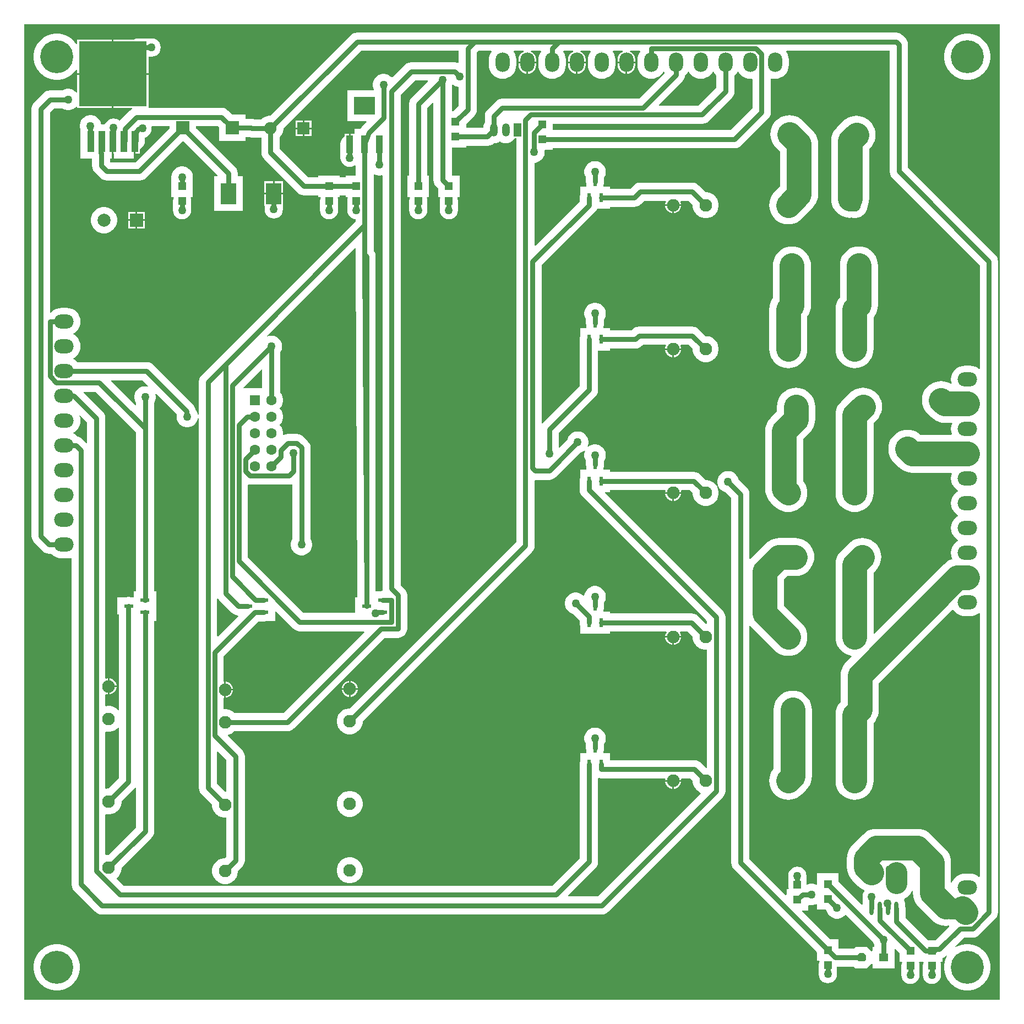
<source format=gtl>
G04*
G04 #@! TF.GenerationSoftware,Altium Limited,Altium Designer,22.3.1 (43)*
G04*
G04 Layer_Physical_Order=1*
G04 Layer_Color=255*
%FSLAX25Y25*%
%MOIN*%
G70*
G04*
G04 #@! TF.SameCoordinates,5406EE39-799D-43BB-BE37-E4F8AF43DF71*
G04*
G04*
G04 #@! TF.FilePolarity,Positive*
G04*
G01*
G75*
%ADD20R,0.04134X0.12598*%
%ADD21R,0.41142X0.39370*%
%ADD22O,0.02362X0.08268*%
%ADD23R,0.02362X0.08268*%
%ADD24R,0.05000X0.05000*%
%ADD25R,0.12992X0.10630*%
%ADD26R,0.03937X0.10630*%
%ADD27R,0.02362X0.05512*%
%ADD28R,0.05512X0.02362*%
%ADD29R,0.07874X0.07874*%
G04:AMPARAMS|DCode=30|XSize=55mil|YSize=50mil|CornerRadius=0mil|HoleSize=0mil|Usage=FLASHONLY|Rotation=180.000|XOffset=0mil|YOffset=0mil|HoleType=Round|Shape=Octagon|*
%AMOCTAGOND30*
4,1,8,-0.02750,0.01250,-0.02750,-0.01250,-0.01500,-0.02500,0.01500,-0.02500,0.02750,-0.01250,0.02750,0.01250,0.01500,0.02500,-0.01500,0.02500,-0.02750,0.01250,0.0*
%
%ADD30OCTAGOND30*%

%ADD31R,0.05500X0.05000*%
%ADD32R,0.09449X0.12992*%
%ADD59C,0.03000*%
%ADD60C,0.15000*%
%ADD61C,0.13000*%
%ADD62C,0.08500*%
%ADD63C,0.05000*%
%ADD64C,0.06299*%
%ADD65R,0.06299X0.06299*%
%ADD66O,0.11811X0.08661*%
%ADD67C,0.20000*%
%ADD68C,0.07677*%
%ADD69O,0.04724X0.07874*%
%ADD70R,0.04724X0.07874*%
%ADD71O,0.08661X0.11811*%
%ADD72R,0.07874X0.07874*%
%ADD73C,0.07874*%
%ADD74C,0.07480*%
%ADD75R,0.07480X0.07480*%
%ADD76C,0.05000*%
G36*
X590500Y0D02*
X0D01*
Y590500D01*
X590500D01*
Y0D01*
D02*
G37*
%LPC*%
G36*
X77000Y582048D02*
X69000D01*
X67564Y581858D01*
X66226Y581304D01*
X66071Y581185D01*
X54000D01*
Y561000D01*
X75071D01*
Y570953D01*
X77000D01*
X78436Y571142D01*
X79774Y571696D01*
X80923Y572577D01*
X81804Y573726D01*
X82358Y575064D01*
X82547Y576500D01*
X82358Y577936D01*
X81804Y579274D01*
X80923Y580423D01*
X79774Y581304D01*
X78436Y581858D01*
X77000Y582048D01*
D02*
G37*
G36*
X20787Y584866D02*
X18583D01*
X16407Y584521D01*
X14311Y583840D01*
X12347Y582840D01*
X10565Y581545D01*
X9006Y579986D01*
X7711Y578204D01*
X6711Y576240D01*
X6030Y574145D01*
X5685Y571968D01*
Y569764D01*
X6030Y567588D01*
X6711Y565492D01*
X7711Y563528D01*
X9006Y561746D01*
X10565Y560187D01*
X12347Y558892D01*
X14311Y557892D01*
X16407Y557211D01*
X18583Y556866D01*
X20787D01*
X22963Y557211D01*
X25059Y557892D01*
X27023Y558892D01*
X28805Y560187D01*
X30364Y561746D01*
X31429Y563212D01*
X31929Y563050D01*
Y561000D01*
X53000D01*
Y581185D01*
X31929D01*
Y578683D01*
X31429Y578520D01*
X30364Y579986D01*
X28805Y581545D01*
X27023Y582840D01*
X25059Y583840D01*
X22963Y584521D01*
X20787Y584866D01*
D02*
G37*
G36*
X571968D02*
X569764D01*
X567588Y584521D01*
X565492Y583840D01*
X563528Y582840D01*
X561746Y581545D01*
X560187Y579986D01*
X558892Y578204D01*
X557892Y576240D01*
X557211Y574145D01*
X556866Y571968D01*
Y569764D01*
X557211Y567588D01*
X557892Y565492D01*
X558892Y563528D01*
X560187Y561746D01*
X561746Y560187D01*
X563528Y558892D01*
X565492Y557892D01*
X567588Y557211D01*
X569764Y556866D01*
X571968D01*
X574145Y557211D01*
X576240Y557892D01*
X578204Y558892D01*
X579986Y560187D01*
X581545Y561746D01*
X582840Y563528D01*
X583840Y565492D01*
X584521Y567588D01*
X584866Y569764D01*
Y571968D01*
X584521Y574145D01*
X583840Y576240D01*
X582840Y578204D01*
X581545Y579986D01*
X579986Y581545D01*
X578204Y582840D01*
X576240Y583840D01*
X574145Y584521D01*
X571968Y584866D01*
D02*
G37*
G36*
X156724Y495480D02*
X151500D01*
Y488484D01*
X156724D01*
Y495480D01*
D02*
G37*
G36*
X150500D02*
X145276D01*
Y488484D01*
X150500D01*
Y495480D01*
D02*
G37*
G36*
X397653Y480500D02*
X393315D01*
Y476161D01*
X393452D01*
X394682Y476491D01*
X395786Y477128D01*
X396686Y478029D01*
X397323Y479132D01*
X397653Y480363D01*
Y480500D01*
D02*
G37*
G36*
X392315D02*
X387976D01*
Y480363D01*
X388306Y479132D01*
X388943Y478029D01*
X389844Y477128D01*
X390947Y476491D01*
X392178Y476161D01*
X392315D01*
Y480500D01*
D02*
G37*
G36*
X503776Y535117D02*
X501971Y534975D01*
X500211Y534552D01*
X498539Y533859D01*
X496995Y532914D01*
X495619Y531738D01*
X491843Y527962D01*
X490667Y526586D01*
X489722Y525043D01*
X489029Y523370D01*
X488607Y521610D01*
X488464Y519806D01*
Y484923D01*
X488607Y483118D01*
X489029Y481358D01*
X489722Y479686D01*
X490667Y478142D01*
X491843Y476766D01*
X493220Y475590D01*
X494763Y474644D01*
X496435Y473952D01*
X498195Y473529D01*
X500000Y473387D01*
X500538Y473429D01*
X501885Y473161D01*
X503429D01*
X504943Y473463D01*
X506370Y474053D01*
X507654Y474911D01*
X508746Y476003D01*
X509603Y477287D01*
X510194Y478714D01*
X510489Y480194D01*
X510971Y481358D01*
X511393Y483118D01*
X511536Y484923D01*
Y515027D01*
X511933Y515424D01*
X513108Y516801D01*
X514054Y518344D01*
X514747Y520016D01*
X515169Y521777D01*
X515311Y523581D01*
X515169Y525386D01*
X514747Y527146D01*
X514054Y528818D01*
X513108Y530362D01*
X511933Y531738D01*
X510556Y532914D01*
X509013Y533859D01*
X507340Y534552D01*
X505580Y534975D01*
X503776Y535117D01*
D02*
G37*
G36*
X156724Y487484D02*
X151000D01*
X145276D01*
Y480488D01*
X145452D01*
Y478488D01*
X145642Y477052D01*
X146196Y475714D01*
X147077Y474565D01*
X148226Y473684D01*
X149564Y473130D01*
X151000Y472940D01*
X152436Y473130D01*
X153774Y473684D01*
X154923Y474565D01*
X155804Y475714D01*
X156358Y477052D01*
X156547Y478488D01*
Y480488D01*
X156724D01*
Y487484D01*
D02*
G37*
G36*
X72779Y476937D02*
X68342D01*
Y472500D01*
X72779D01*
Y476937D01*
D02*
G37*
G36*
X67342D02*
X62905D01*
Y472500D01*
X67342D01*
Y476937D01*
D02*
G37*
G36*
X96140Y504500D02*
X94860D01*
X93604Y504250D01*
X92421Y503760D01*
X91356Y503049D01*
X90451Y502143D01*
X89740Y501079D01*
X89250Y499896D01*
X89072Y499000D01*
X89000D01*
Y497360D01*
Y486000D01*
X90132D01*
X90410Y485584D01*
X90142Y484936D01*
X89952Y483500D01*
Y478000D01*
X90142Y476564D01*
X90696Y475226D01*
X91577Y474077D01*
X92726Y473196D01*
X94064Y472642D01*
X95500Y472452D01*
X96936Y472642D01*
X98274Y473196D01*
X99423Y474077D01*
X100304Y475226D01*
X100858Y476564D01*
X101048Y478000D01*
Y483500D01*
X100858Y484936D01*
X100590Y485584D01*
X100868Y486000D01*
X102000D01*
Y499000D01*
X101928D01*
X101750Y499896D01*
X101260Y501079D01*
X100549Y502143D01*
X99643Y503049D01*
X98579Y503760D01*
X97396Y504250D01*
X96140Y504500D01*
D02*
G37*
G36*
X463224Y535535D02*
X461420Y535393D01*
X459660Y534971D01*
X457987Y534278D01*
X456444Y533332D01*
X455067Y532157D01*
X453892Y530780D01*
X452946Y529237D01*
X452253Y527565D01*
X451831Y525805D01*
X451689Y524000D01*
X451831Y522195D01*
X452253Y520435D01*
X452946Y518763D01*
X453892Y517219D01*
X455067Y515843D01*
X457487Y513423D01*
Y492301D01*
X454343Y489157D01*
X453167Y487780D01*
X452221Y486237D01*
X451529Y484565D01*
X451106Y482804D01*
X450964Y481000D01*
X451106Y479195D01*
X451529Y477435D01*
X452221Y475763D01*
X453167Y474220D01*
X454343Y472843D01*
X455719Y471667D01*
X457263Y470722D01*
X458935Y470029D01*
X460695Y469606D01*
X462500Y469464D01*
X464304Y469606D01*
X466064Y470029D01*
X467737Y470722D01*
X469280Y471667D01*
X470656Y472843D01*
X477180Y479366D01*
X478355Y480743D01*
X479301Y482286D01*
X479994Y483958D01*
X480416Y485719D01*
X480558Y487523D01*
Y518202D01*
X480416Y520006D01*
X479994Y521766D01*
X479301Y523439D01*
X478355Y524982D01*
X477180Y526359D01*
X471381Y532157D01*
X470005Y533332D01*
X468461Y534278D01*
X466789Y534971D01*
X465029Y535393D01*
X463224Y535535D01*
D02*
G37*
G36*
X72779Y471500D02*
X68342D01*
Y467063D01*
X72779D01*
Y471500D01*
D02*
G37*
G36*
X67342D02*
X62905D01*
Y467063D01*
X67342D01*
Y471500D01*
D02*
G37*
G36*
X48939Y479937D02*
X47376D01*
X45842Y479632D01*
X44398Y479034D01*
X43098Y478165D01*
X41992Y477060D01*
X41124Y475760D01*
X40525Y474315D01*
X40220Y472782D01*
Y471218D01*
X40525Y469685D01*
X41124Y468240D01*
X41992Y466940D01*
X43098Y465835D01*
X44398Y464966D01*
X45842Y464368D01*
X47376Y464063D01*
X48939D01*
X50472Y464368D01*
X51917Y464966D01*
X53217Y465835D01*
X54322Y466940D01*
X55191Y468240D01*
X55789Y469685D01*
X56094Y471218D01*
Y472782D01*
X55789Y474315D01*
X55191Y475760D01*
X54322Y477060D01*
X53217Y478165D01*
X51917Y479034D01*
X50472Y479632D01*
X48939Y479937D01*
D02*
G37*
G36*
X397653Y393375D02*
X393315D01*
Y389036D01*
X393452D01*
X394682Y389366D01*
X395786Y390003D01*
X396686Y390904D01*
X397323Y392007D01*
X397653Y393238D01*
Y393375D01*
D02*
G37*
G36*
X392315D02*
X387976D01*
Y393238D01*
X388306Y392007D01*
X388943Y390904D01*
X389844Y390003D01*
X390947Y389366D01*
X392178Y389036D01*
X392315D01*
Y393375D01*
D02*
G37*
G36*
X505276Y456036D02*
X503471Y455894D01*
X501711Y455471D01*
X500039Y454778D01*
X498495Y453832D01*
X497119Y452657D01*
X495943Y451280D01*
X494997Y449737D01*
X494305Y448065D01*
X493882Y446305D01*
X493740Y444500D01*
Y425067D01*
X493325Y424581D01*
X492379Y423037D01*
X491686Y421365D01*
X491263Y419605D01*
X491121Y417800D01*
Y393875D01*
X491263Y392070D01*
X491686Y390310D01*
X492379Y388638D01*
X493325Y387094D01*
X494500Y385718D01*
X495877Y384542D01*
X497420Y383597D01*
X499092Y382904D01*
X500852Y382481D01*
X502657Y382339D01*
X504461Y382481D01*
X506222Y382904D01*
X507894Y383597D01*
X509437Y384542D01*
X510814Y385718D01*
X511989Y387094D01*
X512935Y388638D01*
X513628Y390310D01*
X514050Y392070D01*
X514193Y393875D01*
Y413152D01*
X514608Y413638D01*
X515554Y415182D01*
X516247Y416854D01*
X516669Y418614D01*
X516811Y420419D01*
Y444500D01*
X516669Y446305D01*
X516247Y448065D01*
X515554Y449737D01*
X514608Y451280D01*
X513433Y452657D01*
X512056Y453832D01*
X510513Y454778D01*
X508840Y455471D01*
X507080Y455894D01*
X505276Y456036D01*
D02*
G37*
G36*
X464724D02*
X462920Y455894D01*
X461160Y455471D01*
X459487Y454778D01*
X457944Y453832D01*
X456567Y452657D01*
X455392Y451280D01*
X454446Y449737D01*
X453753Y448065D01*
X453331Y446305D01*
X453189Y444500D01*
Y424806D01*
X453167Y424781D01*
X452221Y423237D01*
X451529Y421565D01*
X451106Y419805D01*
X450964Y418000D01*
Y393875D01*
X451106Y392070D01*
X451529Y390310D01*
X452221Y388638D01*
X453167Y387094D01*
X454343Y385718D01*
X455719Y384542D01*
X457263Y383597D01*
X458935Y382904D01*
X460695Y382481D01*
X462500Y382339D01*
X464304Y382481D01*
X466064Y382904D01*
X467737Y383597D01*
X469280Y384542D01*
X470656Y385718D01*
X471832Y387094D01*
X472778Y388638D01*
X473471Y390310D01*
X473893Y392070D01*
X474035Y393875D01*
Y413419D01*
X474057Y413445D01*
X475003Y414988D01*
X475695Y416660D01*
X476118Y418421D01*
X476260Y420225D01*
Y444500D01*
X476118Y446305D01*
X475695Y448065D01*
X475003Y449737D01*
X474057Y451280D01*
X472881Y452657D01*
X471505Y453832D01*
X469961Y454778D01*
X468289Y455471D01*
X466529Y455894D01*
X464724Y456036D01*
D02*
G37*
G36*
X201500Y585548D02*
X200065Y585359D01*
X198727Y584805D01*
X197578Y583923D01*
X197578Y583923D01*
X148895Y535240D01*
X148238D01*
X146742Y534943D01*
X145334Y534359D01*
X144066Y533512D01*
X143601Y533047D01*
X139005D01*
X138736Y533159D01*
X137300Y533348D01*
X133937D01*
Y535738D01*
X125908D01*
X123323Y538323D01*
X122174Y539205D01*
X120836Y539759D01*
X119400Y539948D01*
X75071D01*
Y560000D01*
X54000D01*
Y539815D01*
X65294D01*
X65393Y539315D01*
X65127Y539205D01*
X63978Y538323D01*
X57727Y532073D01*
X56774Y532804D01*
X55436Y533358D01*
X54000Y533547D01*
X52564Y533358D01*
X51226Y532804D01*
X50077Y531923D01*
X49827Y531673D01*
X48946Y530524D01*
X48646Y529799D01*
X46468D01*
X46250Y530896D01*
X45760Y532079D01*
X45049Y533144D01*
X44144Y534049D01*
X43079Y534760D01*
X41896Y535250D01*
X40640Y535500D01*
X39360D01*
X38104Y535250D01*
X36921Y534760D01*
X35857Y534049D01*
X34951Y533144D01*
X34240Y532079D01*
X33750Y530896D01*
X33500Y529640D01*
Y528360D01*
X33750Y527104D01*
X34047Y526386D01*
Y509201D01*
X40953D01*
Y505000D01*
X41142Y503564D01*
X41696Y502226D01*
X42577Y501078D01*
X46077Y497578D01*
X47226Y496696D01*
X48564Y496142D01*
X50000Y495953D01*
X69700D01*
X71136Y496142D01*
X72474Y496696D01*
X73622Y497578D01*
X95908Y519864D01*
X96092D01*
X117013Y498942D01*
X116822Y498480D01*
X114913D01*
Y477488D01*
X132362D01*
Y498480D01*
X129185D01*
Y500163D01*
X128996Y501599D01*
X128442Y502937D01*
X127560Y504085D01*
X103937Y527709D01*
Y528853D01*
X117102D01*
X118063Y527892D01*
Y519864D01*
X133937D01*
Y522253D01*
X135895D01*
X136165Y522142D01*
X137600Y521952D01*
X143453D01*
Y512900D01*
X143642Y511464D01*
X144196Y510126D01*
X145077Y508978D01*
X165478Y488577D01*
X166627Y487696D01*
X167964Y487142D01*
X169400Y486952D01*
X169400Y486952D01*
X178000D01*
Y486000D01*
X179132D01*
X179410Y485584D01*
X179142Y484936D01*
X178953Y483500D01*
Y478000D01*
X179142Y476564D01*
X179696Y475226D01*
X180577Y474077D01*
X181726Y473196D01*
X183064Y472642D01*
X184500Y472452D01*
X185936Y472642D01*
X187274Y473196D01*
X188423Y474077D01*
X189304Y475226D01*
X189858Y476564D01*
X190048Y478000D01*
Y483500D01*
X189858Y484936D01*
X189590Y485584D01*
X189868Y486000D01*
X191000D01*
Y486952D01*
X194500D01*
Y486000D01*
X195632D01*
X195910Y485584D01*
X195642Y484936D01*
X195452Y483500D01*
Y478000D01*
X195642Y476564D01*
X196196Y475226D01*
X197077Y474077D01*
X198226Y473196D01*
X199564Y472642D01*
X200452Y472525D01*
Y471195D01*
X117877Y388620D01*
X117877Y388620D01*
X107238Y377981D01*
X106357Y376833D01*
X105803Y375495D01*
X105614Y374059D01*
Y128339D01*
X105803Y126903D01*
X106357Y125565D01*
X107238Y124416D01*
X113661Y117994D01*
Y117228D01*
X113962Y115714D01*
X114553Y114287D01*
X115411Y113004D01*
X116503Y111912D01*
X117787Y111054D01*
X119213Y110463D01*
X120728Y110162D01*
X122272D01*
X122352Y110096D01*
Y86541D01*
X121493Y85682D01*
X120728D01*
X119213Y85380D01*
X117787Y84789D01*
X116503Y83932D01*
X115411Y82840D01*
X114553Y81556D01*
X113962Y80129D01*
X113661Y78615D01*
Y77071D01*
X113962Y75556D01*
X114553Y74130D01*
X115411Y72846D01*
X116503Y71754D01*
X117787Y70897D01*
X119213Y70306D01*
X120728Y70004D01*
X122272D01*
X123786Y70306D01*
X125213Y70897D01*
X126497Y71754D01*
X127588Y72846D01*
X128446Y74130D01*
X129037Y75556D01*
X129338Y77071D01*
Y77836D01*
X131822Y80320D01*
X131822Y80320D01*
X132704Y81469D01*
X133258Y82807D01*
X133447Y84243D01*
X133447Y84243D01*
Y147262D01*
X133258Y148698D01*
X132704Y150036D01*
X131822Y151184D01*
X123125Y159882D01*
X123270Y160360D01*
X123786Y160463D01*
X125213Y161054D01*
X126497Y161912D01*
X127038Y162453D01*
X159200D01*
X160636Y162642D01*
X161974Y163196D01*
X163122Y164078D01*
X218076Y219032D01*
X226256D01*
X227692Y219220D01*
X229030Y219775D01*
X230179Y220656D01*
X231060Y221805D01*
X231614Y223143D01*
X231803Y224579D01*
Y244795D01*
X231614Y246231D01*
X231060Y247569D01*
X230179Y248718D01*
X227847Y251049D01*
Y547703D01*
X236606Y556461D01*
X244162D01*
X244353Y555999D01*
X234577Y546223D01*
X233696Y545074D01*
X233142Y543736D01*
X232952Y542301D01*
Y499000D01*
X232000D01*
Y486000D01*
X233132D01*
X233410Y485584D01*
X233142Y484936D01*
X232952Y483500D01*
Y478000D01*
X233142Y476564D01*
X233696Y475226D01*
X234577Y474077D01*
X235726Y473196D01*
X237064Y472642D01*
X238500Y472452D01*
X239936Y472642D01*
X241274Y473196D01*
X242423Y474077D01*
X243304Y475226D01*
X243858Y476564D01*
X244047Y478000D01*
Y483500D01*
X243858Y484936D01*
X243590Y485584D01*
X243868Y486000D01*
X245000D01*
Y499000D01*
X244047D01*
Y540003D01*
X247190Y543146D01*
X247652Y542954D01*
Y496300D01*
X247841Y494864D01*
X248396Y493526D01*
X249277Y492378D01*
X250500Y491155D01*
Y486000D01*
X251632D01*
X251910Y485584D01*
X251642Y484936D01*
X251452Y483500D01*
Y478000D01*
X251642Y476564D01*
X252196Y475226D01*
X253077Y474077D01*
X254226Y473196D01*
X255564Y472642D01*
X257000Y472452D01*
X258436Y472642D01*
X259774Y473196D01*
X260923Y474077D01*
X261804Y475226D01*
X262358Y476564D01*
X262547Y478000D01*
Y483500D01*
X262358Y484936D01*
X262090Y485584D01*
X262368Y486000D01*
X263500D01*
Y499000D01*
X258747D01*
Y516000D01*
X267500D01*
Y516953D01*
X280327D01*
X281763Y517141D01*
X283101Y517696D01*
X284206Y518544D01*
X284327Y518532D01*
X285574Y518655D01*
X286773Y519019D01*
X287870Y519605D01*
X288967Y519019D01*
X290166Y518655D01*
X291413Y518532D01*
X292661Y518655D01*
X293860Y519019D01*
X294965Y519610D01*
X295934Y520405D01*
X296729Y521373D01*
X296830Y521563D01*
X297852D01*
Y277198D01*
X196993Y176339D01*
X196228D01*
X194714Y176037D01*
X193287Y175446D01*
X192003Y174589D01*
X190911Y173497D01*
X190053Y172213D01*
X189463Y170786D01*
X189161Y169272D01*
Y167728D01*
X189463Y166214D01*
X190053Y164787D01*
X190911Y163503D01*
X192003Y162411D01*
X193287Y161554D01*
X194714Y160963D01*
X196228Y160661D01*
X197772D01*
X199286Y160963D01*
X200713Y161554D01*
X201997Y162411D01*
X203089Y163503D01*
X203946Y164787D01*
X204537Y166214D01*
X204839Y167728D01*
Y168493D01*
X307322Y270977D01*
X308204Y272126D01*
X308758Y273464D01*
X308947Y274900D01*
Y314370D01*
X309323Y314700D01*
X309357Y314696D01*
X317743D01*
X319179Y314885D01*
X320517Y315439D01*
X321666Y316320D01*
X336520Y331175D01*
X336896Y331250D01*
X338079Y331740D01*
X339059Y332395D01*
X339328Y332247D01*
X339473Y332087D01*
X339250Y331549D01*
X339000Y330293D01*
Y329013D01*
X339250Y327757D01*
X339740Y326574D01*
X339952Y326256D01*
Y323897D01*
X340142Y322461D01*
X340319Y322033D01*
Y320756D01*
X336578D01*
Y315864D01*
X336401Y315436D01*
X336212Y314000D01*
Y308700D01*
X336401Y307265D01*
X336955Y305927D01*
X337837Y304778D01*
X413352Y229262D01*
Y227530D01*
X413272Y227463D01*
X412506D01*
X407747Y232223D01*
X406598Y233105D01*
X405260Y233659D01*
X403824Y233848D01*
X354421D01*
Y235006D01*
X350681D01*
Y236283D01*
X350858Y236711D01*
X351047Y238147D01*
Y240506D01*
X351260Y240824D01*
X351750Y242007D01*
X352000Y243263D01*
Y244543D01*
X351750Y245799D01*
X351260Y246982D01*
X350549Y248047D01*
X349643Y248952D01*
X348579Y249663D01*
X347396Y250153D01*
X346140Y250403D01*
X344860D01*
X343604Y250153D01*
X342421Y249663D01*
X341356Y248952D01*
X340451Y248047D01*
X339740Y246982D01*
X339250Y245799D01*
X339019Y244640D01*
X338756Y244499D01*
X338500Y244452D01*
X337943Y245009D01*
X336879Y245720D01*
X335696Y246210D01*
X334440Y246460D01*
X333160D01*
X331904Y246210D01*
X330721Y245720D01*
X329656Y245009D01*
X328751Y244104D01*
X328040Y243039D01*
X327550Y241856D01*
X327300Y240600D01*
Y239320D01*
X327550Y238064D01*
X328040Y236881D01*
X328751Y235817D01*
X329656Y234911D01*
X330721Y234200D01*
X331904Y233710D01*
X332279Y233635D01*
X336212Y229702D01*
Y228250D01*
X336401Y226814D01*
X336578Y226386D01*
Y221494D01*
X354421D01*
Y222753D01*
X388456D01*
X388745Y222253D01*
X388306Y221492D01*
X387976Y220262D01*
Y220125D01*
X392815D01*
X397653D01*
Y220262D01*
X397323Y221492D01*
X396884Y222253D01*
X397173Y222753D01*
X401526D01*
X404661Y219618D01*
Y218853D01*
X404962Y217338D01*
X405553Y215912D01*
X406411Y214628D01*
X407503Y213536D01*
X408787Y212678D01*
X410213Y212087D01*
X411728Y211786D01*
X413272D01*
X413352Y211720D01*
Y140405D01*
X413272Y140338D01*
X412506D01*
X409422Y143423D01*
X408273Y144305D01*
X406935Y144859D01*
X405499Y145048D01*
X354421D01*
Y149256D01*
X350681D01*
Y150533D01*
X350859Y150961D01*
X351048Y152397D01*
Y154756D01*
X351260Y155074D01*
X351750Y156257D01*
X352000Y157513D01*
Y158793D01*
X351750Y160049D01*
X351260Y161232D01*
X350549Y162297D01*
X349644Y163202D01*
X348579Y163913D01*
X347396Y164403D01*
X346140Y164653D01*
X344860D01*
X343604Y164403D01*
X342421Y163913D01*
X341357Y163202D01*
X340451Y162297D01*
X339740Y161232D01*
X339250Y160049D01*
X339000Y158793D01*
Y157513D01*
X339250Y156257D01*
X339740Y155074D01*
X339953Y154756D01*
Y152397D01*
X340142Y150961D01*
X340319Y150533D01*
Y149256D01*
X336578D01*
Y144364D01*
X336401Y143936D01*
X336212Y142500D01*
Y85719D01*
X319540Y69047D01*
X60198D01*
X55988Y73258D01*
X56098Y73855D01*
X57089Y74846D01*
X57946Y76130D01*
X58537Y77556D01*
X58839Y79071D01*
Y79836D01*
X77022Y98020D01*
X77022Y98020D01*
X77904Y99169D01*
X78458Y100507D01*
X78647Y101942D01*
X78647Y101942D01*
Y229339D01*
X79756D01*
Y236819D01*
Y247181D01*
X78647D01*
Y345900D01*
X78647Y345900D01*
X78647Y345901D01*
Y361503D01*
X78860Y361822D01*
X79350Y363004D01*
X79600Y364260D01*
Y365541D01*
X79399Y366548D01*
X79860Y366794D01*
X92252Y354403D01*
X92100Y353640D01*
Y352360D01*
X92350Y351104D01*
X92840Y349921D01*
X93551Y348856D01*
X94457Y347951D01*
X95521Y347240D01*
X96704Y346750D01*
X97960Y346500D01*
X99240D01*
X100496Y346750D01*
X101679Y347240D01*
X102744Y347951D01*
X103649Y348856D01*
X104360Y349921D01*
X104850Y351104D01*
X105100Y352360D01*
Y353640D01*
X104850Y354896D01*
X104360Y356079D01*
X103652Y357139D01*
X103576Y357718D01*
X103022Y359056D01*
X102140Y360205D01*
X102140Y360205D01*
X77923Y384423D01*
X76774Y385304D01*
X75436Y385858D01*
X74000Y386047D01*
X31799D01*
X31494Y386419D01*
X30226Y387460D01*
X29683Y387750D01*
Y388250D01*
X30226Y388540D01*
X31494Y389581D01*
X32535Y390849D01*
X33309Y392297D01*
X33785Y393867D01*
X33946Y395500D01*
X33785Y397133D01*
X33309Y398703D01*
X32535Y400151D01*
X31494Y401419D01*
X30226Y402460D01*
X29683Y402750D01*
Y403250D01*
X30226Y403540D01*
X31494Y404581D01*
X32535Y405849D01*
X33309Y407297D01*
X33785Y408867D01*
X33946Y410500D01*
X33785Y412133D01*
X33309Y413703D01*
X32535Y415151D01*
X31494Y416419D01*
X30226Y417460D01*
X28778Y418234D01*
X27208Y418710D01*
X25575Y418871D01*
X22425D01*
X20792Y418710D01*
X19222Y418234D01*
X17774Y417460D01*
X16506Y416419D01*
X16201Y416047D01*
X15500D01*
X15447Y416093D01*
Y537102D01*
X17798Y539453D01*
X23103D01*
X23421Y539240D01*
X24604Y538750D01*
X25860Y538500D01*
X27140D01*
X28396Y538750D01*
X29579Y539240D01*
X30643Y539951D01*
X31429Y540737D01*
X31929Y540567D01*
Y539815D01*
X53000D01*
Y560000D01*
X31929D01*
Y549433D01*
X31429Y549263D01*
X30643Y550049D01*
X29579Y550760D01*
X28396Y551250D01*
X27140Y551500D01*
X25860D01*
X24604Y551250D01*
X23421Y550760D01*
X23103Y550548D01*
X15500D01*
X14064Y550358D01*
X12726Y549804D01*
X11577Y548923D01*
X11577Y548923D01*
X5977Y543322D01*
X5096Y542173D01*
X4541Y540836D01*
X4352Y539400D01*
Y280600D01*
X4541Y279164D01*
X5096Y277826D01*
X5977Y276677D01*
X11077Y271577D01*
X12226Y270696D01*
X13564Y270142D01*
X15000Y269953D01*
X15000Y269953D01*
X16201D01*
X16506Y269581D01*
X17774Y268540D01*
X19222Y267766D01*
X20792Y267290D01*
X22425Y267129D01*
X25575D01*
X27208Y267290D01*
X28151Y267576D01*
X28552Y267278D01*
Y69800D01*
X28741Y68365D01*
X29296Y67027D01*
X30177Y65878D01*
X42977Y53077D01*
X42977Y53077D01*
X44126Y52196D01*
X45464Y51642D01*
X46900Y51452D01*
X46900Y51452D01*
X349499D01*
X350935Y51642D01*
X352273Y52196D01*
X353422Y53077D01*
X422822Y122478D01*
X422822Y122478D01*
X423704Y123627D01*
X424258Y124965D01*
X424447Y126400D01*
Y231560D01*
X424258Y232996D01*
X423704Y234334D01*
X422822Y235483D01*
X351523Y306782D01*
X351714Y307244D01*
X354421D01*
Y308453D01*
X387851D01*
X388155Y308056D01*
X387976Y307387D01*
Y307250D01*
X392815D01*
X397653D01*
Y307387D01*
X397474Y308056D01*
X397778Y308453D01*
X402952D01*
X404661Y306743D01*
Y305978D01*
X404962Y304464D01*
X405553Y303037D01*
X406411Y301753D01*
X407503Y300661D01*
X408787Y299803D01*
X410213Y299213D01*
X411728Y298911D01*
X413272D01*
X414786Y299213D01*
X416213Y299803D01*
X417496Y300661D01*
X418588Y301753D01*
X419446Y303037D01*
X420037Y304464D01*
X420338Y305978D01*
Y307522D01*
X420037Y309036D01*
X419446Y310463D01*
X418588Y311747D01*
X417496Y312839D01*
X416213Y313696D01*
X414786Y314287D01*
X413272Y314588D01*
X412506D01*
X409172Y317923D01*
X408023Y318804D01*
X406685Y319358D01*
X405250Y319547D01*
X354421D01*
Y320756D01*
X350681D01*
Y322033D01*
X350858Y322461D01*
X351047Y323897D01*
Y326256D01*
X351260Y326574D01*
X351750Y327757D01*
X352000Y329013D01*
Y330293D01*
X351750Y331549D01*
X351260Y332732D01*
X350549Y333797D01*
X349643Y334702D01*
X348579Y335413D01*
X347396Y335903D01*
X346140Y336153D01*
X344860D01*
X343604Y335903D01*
X342421Y335413D01*
X341441Y334759D01*
X341172Y334906D01*
X341027Y335066D01*
X341250Y335604D01*
X341500Y336860D01*
Y338140D01*
X341250Y339396D01*
X340760Y340579D01*
X340049Y341644D01*
X339143Y342549D01*
X338079Y343260D01*
X336896Y343750D01*
X335640Y344000D01*
X334360D01*
X333104Y343750D01*
X331921Y343260D01*
X330856Y342549D01*
X329951Y341644D01*
X329240Y340579D01*
X328750Y339396D01*
X328675Y339020D01*
X324047Y334393D01*
X323548Y334600D01*
Y343103D01*
X345682Y365237D01*
X346564Y366386D01*
X347118Y367724D01*
X347307Y369160D01*
Y392994D01*
X354421D01*
Y394202D01*
X369900D01*
X371336Y394391D01*
X372674Y394946D01*
X373822Y395827D01*
X374448Y396453D01*
X388216D01*
X388466Y396020D01*
X388306Y395743D01*
X387976Y394512D01*
Y394375D01*
X392815D01*
X397653D01*
Y394512D01*
X397323Y395743D01*
X397163Y396020D01*
X397413Y396453D01*
X402076D01*
X404661Y393868D01*
Y393103D01*
X404962Y391588D01*
X405553Y390162D01*
X406411Y388878D01*
X407503Y387786D01*
X408787Y386929D01*
X410213Y386338D01*
X411728Y386036D01*
X413272D01*
X414786Y386338D01*
X416213Y386929D01*
X417496Y387786D01*
X418588Y388878D01*
X419446Y390162D01*
X420037Y391588D01*
X420338Y393103D01*
Y394647D01*
X420037Y396161D01*
X419446Y397588D01*
X418588Y398872D01*
X417496Y399964D01*
X416213Y400821D01*
X414786Y401412D01*
X413272Y401714D01*
X412506D01*
X408297Y405923D01*
X407148Y406805D01*
X405810Y407359D01*
X404374Y407548D01*
X372150D01*
X372150Y407548D01*
X370714Y407359D01*
X369376Y406805D01*
X368228Y405923D01*
X368228Y405923D01*
X367602Y405297D01*
X354421D01*
Y406506D01*
X350681D01*
Y407783D01*
X350858Y408211D01*
X351047Y409647D01*
Y412006D01*
X351260Y412324D01*
X351750Y413507D01*
X352000Y414763D01*
Y416043D01*
X351750Y417299D01*
X351260Y418482D01*
X350549Y419547D01*
X349643Y420452D01*
X348579Y421163D01*
X347396Y421653D01*
X346140Y421903D01*
X344860D01*
X343604Y421653D01*
X342421Y421163D01*
X341356Y420452D01*
X340451Y419547D01*
X339740Y418482D01*
X339250Y417299D01*
X339000Y416043D01*
Y414763D01*
X339250Y413507D01*
X339740Y412324D01*
X339952Y412006D01*
Y409647D01*
X340142Y408211D01*
X340319Y407783D01*
Y406506D01*
X336578D01*
Y401614D01*
X336401Y401186D01*
X336212Y399750D01*
Y371458D01*
X314077Y349323D01*
X313647Y348763D01*
X313147Y348932D01*
Y444543D01*
X345682Y477078D01*
X346564Y478227D01*
X346778Y478744D01*
X354421D01*
Y479952D01*
X369200D01*
X370636Y480141D01*
X371973Y480696D01*
X373122Y481577D01*
X375098Y483553D01*
X388201D01*
X388451Y483120D01*
X388306Y482868D01*
X387976Y481637D01*
Y481500D01*
X392815D01*
X397653D01*
Y481637D01*
X397323Y482868D01*
X397178Y483120D01*
X397428Y483553D01*
X402101D01*
X404661Y480993D01*
Y480228D01*
X404962Y478714D01*
X405553Y477287D01*
X406411Y476003D01*
X407503Y474911D01*
X408787Y474053D01*
X410213Y473463D01*
X411728Y473161D01*
X413272D01*
X414786Y473463D01*
X416213Y474053D01*
X417496Y474911D01*
X418588Y476003D01*
X419446Y477287D01*
X420037Y478714D01*
X420338Y480228D01*
Y481772D01*
X420037Y483286D01*
X419446Y484713D01*
X418588Y485997D01*
X417496Y487089D01*
X416213Y487946D01*
X414786Y488537D01*
X413272Y488839D01*
X412506D01*
X408322Y493023D01*
X407173Y493905D01*
X405835Y494459D01*
X404399Y494648D01*
X372800D01*
X371364Y494459D01*
X370026Y493905D01*
X368878Y493023D01*
X368878Y493023D01*
X366902Y491047D01*
X354421D01*
Y492256D01*
X350681D01*
Y493533D01*
X350858Y493961D01*
X351047Y495397D01*
Y497756D01*
X351260Y498074D01*
X351750Y499257D01*
X352000Y500513D01*
Y501793D01*
X351750Y503049D01*
X351260Y504232D01*
X350549Y505297D01*
X349643Y506202D01*
X348579Y506913D01*
X347396Y507403D01*
X346140Y507653D01*
X344860D01*
X343604Y507403D01*
X342421Y506913D01*
X341356Y506202D01*
X340451Y505297D01*
X339740Y504232D01*
X339250Y503049D01*
X339000Y501793D01*
Y500513D01*
X339250Y499257D01*
X339740Y498074D01*
X339952Y497756D01*
Y495397D01*
X340142Y493961D01*
X340319Y493533D01*
Y492256D01*
X336578D01*
Y487364D01*
X336401Y486936D01*
X336212Y485500D01*
Y483298D01*
X309409Y456496D01*
X308947Y456687D01*
Y506700D01*
X309140D01*
X310396Y506950D01*
X311579Y507440D01*
X312643Y508151D01*
X313549Y509057D01*
X314260Y510121D01*
X314750Y511304D01*
X315000Y512560D01*
Y513841D01*
X314946Y514114D01*
X315263Y514500D01*
X320000D01*
Y515452D01*
X430000D01*
X431436Y515641D01*
X432773Y516196D01*
X433922Y517077D01*
X450322Y533477D01*
X450322Y533477D01*
X451204Y534626D01*
X451758Y535964D01*
X451947Y537400D01*
Y557574D01*
X452349Y557872D01*
X452867Y557715D01*
X454500Y557554D01*
X456133Y557715D01*
X457703Y558191D01*
X459151Y558965D01*
X460419Y560006D01*
X461460Y561274D01*
X462234Y562722D01*
X462710Y564292D01*
X462871Y565925D01*
Y569075D01*
X462710Y570708D01*
X462234Y572278D01*
X461460Y573726D01*
X461234Y574001D01*
X461448Y574453D01*
X523952D01*
Y501500D01*
X524142Y500064D01*
X524696Y498726D01*
X525577Y497577D01*
X578452Y444702D01*
Y382038D01*
X578000Y381824D01*
X577225Y382460D01*
X575778Y383234D01*
X574208Y383710D01*
X572575Y383871D01*
X569425D01*
X567792Y383710D01*
X566222Y383234D01*
X564775Y382460D01*
X563506Y381419D01*
X562465Y380151D01*
X561691Y378703D01*
X561215Y377133D01*
X561054Y375500D01*
X561215Y373867D01*
X561453Y373081D01*
X561058Y372775D01*
X560237Y373278D01*
X558565Y373971D01*
X556805Y374394D01*
X555000Y374536D01*
X553195Y374394D01*
X551435Y373971D01*
X549763Y373278D01*
X548220Y372333D01*
X546843Y371157D01*
X545668Y369780D01*
X544722Y368237D01*
X544029Y366565D01*
X543607Y364805D01*
X543464Y363000D01*
X543607Y361195D01*
X544029Y359435D01*
X544722Y357763D01*
X545668Y356220D01*
X546843Y354843D01*
X549093Y352593D01*
X550470Y351417D01*
X552013Y350472D01*
X553685Y349779D01*
X555445Y349356D01*
X557250Y349214D01*
X561478D01*
X561735Y348786D01*
X561691Y348703D01*
X561215Y347133D01*
X561054Y345500D01*
X561215Y343867D01*
X561619Y342535D01*
X561308Y342036D01*
X542386D01*
X541453Y342832D01*
X539910Y343778D01*
X538237Y344471D01*
X536477Y344894D01*
X534673Y345036D01*
X532868Y344894D01*
X531108Y344471D01*
X529436Y343778D01*
X527892Y342832D01*
X526516Y341657D01*
X525340Y340280D01*
X524394Y338737D01*
X523702Y337065D01*
X523279Y335304D01*
X523137Y333500D01*
X523279Y331695D01*
X523702Y329935D01*
X524394Y328263D01*
X525340Y326719D01*
X526516Y325343D01*
X529516Y322343D01*
X530892Y321167D01*
X532436Y320222D01*
X534108Y319529D01*
X535868Y319106D01*
X537673Y318964D01*
X561308D01*
X561619Y318464D01*
X561215Y317133D01*
X561054Y315500D01*
X561215Y313867D01*
X561691Y312297D01*
X562465Y310849D01*
X563506Y309581D01*
X564775Y308540D01*
X565317Y308250D01*
Y307750D01*
X564775Y307460D01*
X563506Y306419D01*
X562465Y305151D01*
X561691Y303703D01*
X561215Y302133D01*
X561054Y300500D01*
X561215Y298867D01*
X561691Y297297D01*
X562465Y295849D01*
X563506Y294581D01*
X564775Y293540D01*
X565317Y293250D01*
Y292750D01*
X564775Y292460D01*
X563506Y291419D01*
X562465Y290151D01*
X561691Y288703D01*
X561215Y287133D01*
X561054Y285500D01*
X561215Y283867D01*
X561691Y282296D01*
X562465Y280849D01*
X563506Y279581D01*
X564775Y278540D01*
X565317Y278250D01*
Y277750D01*
X564775Y277460D01*
X563506Y276419D01*
X562465Y275151D01*
X561691Y273703D01*
X561215Y272133D01*
X561054Y270500D01*
X561215Y268867D01*
X561691Y267297D01*
X561854Y266992D01*
X561539Y266520D01*
X561335Y266471D01*
X559662Y265778D01*
X558119Y264832D01*
X556742Y263657D01*
X514654Y221569D01*
X514193Y221760D01*
Y258603D01*
X515433Y259843D01*
X516608Y261220D01*
X517554Y262763D01*
X518247Y264435D01*
X518669Y266195D01*
X518811Y268000D01*
X518669Y269805D01*
X518247Y271565D01*
X517554Y273237D01*
X516608Y274780D01*
X515433Y276157D01*
X514056Y277332D01*
X512513Y278278D01*
X510840Y278971D01*
X509080Y279394D01*
X507276Y279536D01*
X505471Y279394D01*
X503711Y278971D01*
X502039Y278278D01*
X500495Y277332D01*
X499119Y276157D01*
X494500Y271538D01*
X493325Y270162D01*
X492379Y268618D01*
X491686Y266946D01*
X491263Y265186D01*
X491121Y263381D01*
Y219625D01*
X491263Y217820D01*
X491686Y216060D01*
X492379Y214388D01*
X493325Y212844D01*
X494500Y211468D01*
X495877Y210292D01*
X497420Y209347D01*
X499092Y208654D01*
X500657Y208278D01*
X500849Y207763D01*
X497619Y204533D01*
X496443Y203157D01*
X495497Y201613D01*
X494805Y199941D01*
X494382Y198181D01*
X494240Y196376D01*
Y180234D01*
X493325Y179162D01*
X492379Y177618D01*
X491686Y175946D01*
X491263Y174186D01*
X491121Y172381D01*
Y132500D01*
X491263Y130695D01*
X491686Y128935D01*
X492379Y127263D01*
X493325Y125719D01*
X494500Y124343D01*
X495877Y123167D01*
X497420Y122222D01*
X499092Y121529D01*
X500852Y121106D01*
X502657Y120964D01*
X504461Y121106D01*
X506222Y121529D01*
X507894Y122222D01*
X509437Y123167D01*
X510814Y124343D01*
X511989Y125719D01*
X512935Y127263D01*
X513628Y128935D01*
X514050Y130695D01*
X514193Y132500D01*
Y167648D01*
X515108Y168719D01*
X516054Y170263D01*
X516747Y171935D01*
X517169Y173695D01*
X517311Y175500D01*
Y191598D01*
X561854Y236141D01*
X562348Y236067D01*
X562465Y235849D01*
X563506Y234581D01*
X564775Y233540D01*
X566222Y232766D01*
X567792Y232290D01*
X569425Y232129D01*
X572575D01*
X574208Y232290D01*
X575778Y232766D01*
X577225Y233540D01*
X578000Y234176D01*
X578452Y233962D01*
Y74538D01*
X578000Y74324D01*
X577225Y74960D01*
X575778Y75734D01*
X574208Y76210D01*
X572575Y76371D01*
X569425D01*
X567792Y76210D01*
X566222Y75734D01*
X564775Y74960D01*
X563506Y73919D01*
X562465Y72651D01*
X561691Y71203D01*
X561536Y70690D01*
X561036Y70764D01*
Y83040D01*
X560893Y84844D01*
X560471Y86605D01*
X559778Y88277D01*
X558833Y89820D01*
X557657Y91197D01*
X548870Y99984D01*
X547494Y101159D01*
X545950Y102105D01*
X544278Y102798D01*
X542518Y103220D01*
X540713Y103362D01*
X515929D01*
X514124Y103220D01*
X512364Y102798D01*
X510692Y102105D01*
X509149Y101159D01*
X507772Y99984D01*
X501308Y93519D01*
X500132Y92143D01*
X499186Y90599D01*
X498493Y88927D01*
X498071Y87167D01*
X497929Y85362D01*
Y80362D01*
X498071Y78558D01*
X498493Y76798D01*
X499186Y75125D01*
X500132Y73582D01*
X501308Y72205D01*
X504843Y68670D01*
X506220Y67494D01*
X507763Y66549D01*
X508567Y66216D01*
X508696Y65733D01*
X508196Y65081D01*
X507642Y63743D01*
X507452Y62307D01*
Y57595D01*
X506991Y57404D01*
X493000Y71353D01*
Y76500D01*
X480000D01*
Y69793D01*
X479500Y69535D01*
X478496Y69951D01*
X477240Y70200D01*
X475960D01*
X474704Y69951D01*
X474048Y69679D01*
X473548Y70013D01*
Y75000D01*
X473358Y76436D01*
X472804Y77774D01*
X471923Y78923D01*
X470774Y79804D01*
X469436Y80358D01*
X468000Y80547D01*
X466564Y80358D01*
X465226Y79804D01*
X464077Y78923D01*
X463196Y77774D01*
X462642Y76436D01*
X462453Y75000D01*
Y69500D01*
X462642Y68064D01*
X462910Y67416D01*
X462632Y67000D01*
X461500D01*
Y63499D01*
X461038Y63307D01*
X439047Y85298D01*
Y226211D01*
X439517Y226384D01*
X440043Y225767D01*
X454343Y211468D01*
X455719Y210292D01*
X457263Y209347D01*
X458935Y208654D01*
X460695Y208231D01*
X462500Y208089D01*
X464304Y208231D01*
X466064Y208654D01*
X467737Y209347D01*
X469280Y210292D01*
X470656Y211468D01*
X471832Y212844D01*
X472778Y214388D01*
X473471Y216060D01*
X473893Y217820D01*
X474035Y219625D01*
X473893Y221429D01*
X473471Y223189D01*
X472778Y224862D01*
X471832Y226405D01*
X470656Y227782D01*
X459736Y238702D01*
Y254435D01*
X461765Y256464D01*
X466724D01*
X468529Y256606D01*
X470289Y257029D01*
X471961Y257722D01*
X473505Y258667D01*
X474881Y259843D01*
X476057Y261220D01*
X477003Y262763D01*
X477695Y264435D01*
X478118Y266195D01*
X478260Y268000D01*
X478118Y269805D01*
X477695Y271565D01*
X477003Y273237D01*
X476057Y274780D01*
X474881Y276157D01*
X473505Y277332D01*
X471961Y278278D01*
X470289Y278971D01*
X468529Y279394D01*
X466724Y279536D01*
X456987D01*
X455182Y279394D01*
X453422Y278971D01*
X451750Y278278D01*
X450207Y277332D01*
X448830Y276157D01*
X440043Y267370D01*
X439517Y266753D01*
X439047Y266926D01*
Y306000D01*
X438858Y307436D01*
X438304Y308774D01*
X437423Y309923D01*
X432325Y315020D01*
X432250Y315396D01*
X431760Y316579D01*
X431049Y317643D01*
X430143Y318549D01*
X429079Y319260D01*
X427896Y319750D01*
X426640Y320000D01*
X425360D01*
X424104Y319750D01*
X422921Y319260D01*
X421856Y318549D01*
X420951Y317643D01*
X420240Y316579D01*
X419750Y315396D01*
X419500Y314140D01*
Y312860D01*
X419750Y311604D01*
X420240Y310421D01*
X420951Y309356D01*
X421856Y308451D01*
X422921Y307740D01*
X424104Y307250D01*
X424480Y307175D01*
X427952Y303702D01*
Y83000D01*
X428142Y81564D01*
X428696Y80226D01*
X429577Y79077D01*
X480000Y28655D01*
Y23500D01*
X481132D01*
X481410Y23084D01*
X481142Y22436D01*
X480953Y21000D01*
Y15500D01*
X481142Y14064D01*
X481696Y12726D01*
X482577Y11577D01*
X483726Y10696D01*
X485064Y10142D01*
X486500Y9952D01*
X487936Y10142D01*
X489274Y10696D01*
X490423Y11577D01*
X491304Y12726D01*
X491858Y14064D01*
X492048Y15500D01*
Y19952D01*
X502297D01*
X503250Y19000D01*
X510250D01*
X513038Y21788D01*
X513500Y21597D01*
Y19000D01*
X527000D01*
Y30501D01*
X527462Y30693D01*
X530000Y28155D01*
Y23000D01*
X531132D01*
X531410Y22584D01*
X531142Y21936D01*
X530953Y20500D01*
Y15000D01*
X531142Y13564D01*
X531696Y12226D01*
X532577Y11077D01*
X533726Y10196D01*
X535064Y9641D01*
X536500Y9453D01*
X537936Y9641D01*
X539274Y10196D01*
X540423Y11077D01*
X541304Y12226D01*
X541858Y13564D01*
X542048Y15000D01*
Y20500D01*
X541858Y21936D01*
X541590Y22584D01*
X541868Y23000D01*
X543000D01*
Y23000D01*
X544132D01*
X544410Y22584D01*
X544142Y21936D01*
X543953Y20500D01*
Y15000D01*
X544142Y13564D01*
X544696Y12226D01*
X545577Y11077D01*
X546726Y10196D01*
X548064Y9641D01*
X549500Y9453D01*
X550936Y9641D01*
X552274Y10196D01*
X553423Y11077D01*
X554304Y12226D01*
X554858Y13564D01*
X555047Y15000D01*
Y20500D01*
X554858Y21936D01*
X554590Y22584D01*
X554868Y23000D01*
X556000D01*
Y25375D01*
X556774Y25696D01*
X557923Y26577D01*
X558293Y26948D01*
X558702Y26650D01*
X557892Y25059D01*
X557211Y22963D01*
X556866Y20787D01*
Y18583D01*
X557211Y16407D01*
X557892Y14311D01*
X558892Y12347D01*
X560187Y10565D01*
X561746Y9006D01*
X563528Y7711D01*
X565492Y6711D01*
X567588Y6030D01*
X569764Y5685D01*
X571968D01*
X574145Y6030D01*
X576240Y6711D01*
X578204Y7711D01*
X579986Y9006D01*
X581545Y10565D01*
X582840Y12347D01*
X583840Y14311D01*
X584521Y16407D01*
X584866Y18583D01*
Y20787D01*
X584521Y22963D01*
X583840Y25059D01*
X582840Y27023D01*
X581545Y28805D01*
X579986Y30364D01*
X578204Y31659D01*
X576240Y32659D01*
X574145Y33340D01*
X571968Y33685D01*
X569764D01*
X567588Y33340D01*
X565492Y32659D01*
X563901Y31849D01*
X563604Y32258D01*
X568798Y37453D01*
X574142D01*
X575578Y37642D01*
X576916Y38196D01*
X578065Y39077D01*
X587923Y48935D01*
X587923Y48935D01*
X588804Y50084D01*
X589358Y51422D01*
X589547Y52858D01*
X589547Y52858D01*
Y447000D01*
X589547Y447000D01*
X589358Y448436D01*
X588804Y449774D01*
X587923Y450923D01*
X535047Y503798D01*
Y578243D01*
X534858Y579679D01*
X534304Y581017D01*
X533423Y582166D01*
X533423Y582166D01*
X531665Y583923D01*
X530516Y584805D01*
X529178Y585359D01*
X527743Y585548D01*
X201501D01*
X201500Y585548D01*
D02*
G37*
G36*
X397653Y306250D02*
X393315D01*
Y301911D01*
X393452D01*
X394682Y302241D01*
X395786Y302878D01*
X396686Y303779D01*
X397323Y304882D01*
X397653Y306113D01*
Y306250D01*
D02*
G37*
G36*
X392315D02*
X387976D01*
Y306113D01*
X388306Y304882D01*
X388943Y303779D01*
X389844Y302878D01*
X390947Y302241D01*
X392178Y301911D01*
X392315D01*
Y306250D01*
D02*
G37*
G36*
X507776Y370535D02*
X505971Y370393D01*
X504211Y369971D01*
X502539Y369278D01*
X500995Y368332D01*
X499619Y367157D01*
X494500Y362038D01*
X493325Y360662D01*
X492379Y359118D01*
X491686Y357446D01*
X491263Y355686D01*
X491121Y353881D01*
Y306750D01*
X491263Y304945D01*
X491686Y303185D01*
X492379Y301513D01*
X493325Y299970D01*
X494500Y298593D01*
X495877Y297417D01*
X497420Y296472D01*
X499092Y295779D01*
X500852Y295356D01*
X502657Y295214D01*
X504461Y295356D01*
X506222Y295779D01*
X507894Y296472D01*
X509437Y297417D01*
X510814Y298593D01*
X511989Y299970D01*
X512935Y301513D01*
X513628Y303185D01*
X514050Y304945D01*
X514193Y306750D01*
Y349103D01*
X515933Y350843D01*
X517108Y352220D01*
X518054Y353763D01*
X518747Y355435D01*
X519169Y357195D01*
X519311Y359000D01*
X519169Y360805D01*
X518747Y362565D01*
X518054Y364237D01*
X517108Y365780D01*
X515933Y367157D01*
X514556Y368332D01*
X513013Y369278D01*
X511340Y369971D01*
X509580Y370393D01*
X507776Y370535D01*
D02*
G37*
G36*
X467224Y370535D02*
X465420Y370393D01*
X463660Y369971D01*
X461987Y369278D01*
X460444Y368332D01*
X459067Y367157D01*
X457892Y365780D01*
X456946Y364237D01*
X456253Y362565D01*
X455831Y360805D01*
X455689Y359000D01*
Y356124D01*
X451896Y352332D01*
X450721Y350955D01*
X449775Y349412D01*
X449082Y347740D01*
X448660Y345979D01*
X448517Y344175D01*
Y309197D01*
X448660Y307392D01*
X449082Y305632D01*
X449775Y303959D01*
X450721Y302416D01*
X451896Y301040D01*
X454343Y298593D01*
X455719Y297417D01*
X457263Y296472D01*
X458935Y295779D01*
X460695Y295356D01*
X462500Y295214D01*
X464304Y295356D01*
X466064Y295779D01*
X467737Y296472D01*
X469280Y297417D01*
X470656Y298593D01*
X471832Y299970D01*
X472778Y301513D01*
X473471Y303185D01*
X473893Y304945D01*
X474035Y306750D01*
X473893Y308555D01*
X473471Y310315D01*
X472778Y311987D01*
X471832Y313530D01*
X471589Y313815D01*
Y339397D01*
X475381Y343189D01*
X476557Y344566D01*
X477503Y346109D01*
X478195Y347781D01*
X478618Y349542D01*
X478760Y351346D01*
Y359000D01*
X478618Y360805D01*
X478195Y362565D01*
X477503Y364237D01*
X476557Y365780D01*
X475381Y367157D01*
X474005Y368332D01*
X472461Y369278D01*
X470789Y369971D01*
X469029Y370393D01*
X467224Y370535D01*
D02*
G37*
G36*
X397653Y219125D02*
X393315D01*
Y214786D01*
X393452D01*
X394682Y215116D01*
X395786Y215753D01*
X396686Y216654D01*
X397323Y217757D01*
X397653Y218988D01*
Y219125D01*
D02*
G37*
G36*
X392315D02*
X387976D01*
Y218988D01*
X388306Y217757D01*
X388943Y216654D01*
X389844Y215753D01*
X390947Y215116D01*
X392178Y214786D01*
X392315D01*
Y219125D01*
D02*
G37*
G36*
X197637Y193024D02*
X197500D01*
Y188685D01*
X201839D01*
Y188822D01*
X201509Y190053D01*
X200872Y191156D01*
X199971Y192057D01*
X198868Y192694D01*
X197637Y193024D01*
D02*
G37*
G36*
X196500D02*
X196363D01*
X195132Y192694D01*
X194029Y192057D01*
X193128Y191156D01*
X192491Y190053D01*
X192161Y188822D01*
Y188685D01*
X196500D01*
Y193024D01*
D02*
G37*
G36*
X201839Y187685D02*
X197500D01*
Y183346D01*
X197637D01*
X198868Y183676D01*
X199971Y184313D01*
X200872Y185214D01*
X201509Y186317D01*
X201839Y187548D01*
Y187685D01*
D02*
G37*
G36*
X196500D02*
X192161D01*
Y187548D01*
X192491Y186317D01*
X193128Y185214D01*
X194029Y184313D01*
X195132Y183676D01*
X196363Y183346D01*
X196500D01*
Y187685D01*
D02*
G37*
G36*
X465224Y187036D02*
X463420Y186893D01*
X461660Y186471D01*
X459987Y185778D01*
X458444Y184832D01*
X457067Y183657D01*
X455892Y182280D01*
X454946Y180737D01*
X454253Y179065D01*
X453831Y177304D01*
X453689Y175500D01*
Y139891D01*
X453167Y139280D01*
X452221Y137737D01*
X451529Y136065D01*
X451106Y134304D01*
X450964Y132500D01*
X451106Y130695D01*
X451529Y128935D01*
X452221Y127263D01*
X453167Y125719D01*
X454343Y124343D01*
X455719Y123167D01*
X457263Y122222D01*
X458935Y121529D01*
X460695Y121106D01*
X462500Y120964D01*
X464304Y121106D01*
X466064Y121529D01*
X467737Y122222D01*
X469280Y123167D01*
X470656Y124343D01*
X473381Y127068D01*
X474557Y128444D01*
X475503Y129988D01*
X476195Y131660D01*
X476618Y133420D01*
X476760Y135225D01*
Y175500D01*
X476618Y177304D01*
X476195Y179065D01*
X475503Y180737D01*
X474557Y182280D01*
X473381Y183657D01*
X472005Y184832D01*
X470461Y185778D01*
X468789Y186471D01*
X467029Y186893D01*
X465224Y187036D01*
D02*
G37*
G36*
X197772Y126339D02*
X196228D01*
X194714Y126037D01*
X193287Y125446D01*
X192003Y124589D01*
X190911Y123497D01*
X190053Y122213D01*
X189463Y120786D01*
X189161Y119272D01*
Y117728D01*
X189463Y116214D01*
X190053Y114787D01*
X190911Y113503D01*
X192003Y112411D01*
X193287Y111554D01*
X194714Y110963D01*
X196228Y110661D01*
X197772D01*
X199286Y110963D01*
X200713Y111554D01*
X201997Y112411D01*
X203089Y113503D01*
X203946Y114787D01*
X204537Y116214D01*
X204839Y117728D01*
Y119272D01*
X204537Y120786D01*
X203946Y122213D01*
X203089Y123497D01*
X201997Y124589D01*
X200713Y125446D01*
X199286Y126037D01*
X197772Y126339D01*
D02*
G37*
G36*
Y86181D02*
X196228D01*
X194714Y85880D01*
X193287Y85289D01*
X192003Y84431D01*
X190911Y83339D01*
X190053Y82055D01*
X189463Y80629D01*
X189161Y79115D01*
Y77570D01*
X189463Y76056D01*
X190053Y74630D01*
X190911Y73346D01*
X192003Y72254D01*
X193287Y71396D01*
X194714Y70805D01*
X196228Y70504D01*
X197772D01*
X199286Y70805D01*
X200713Y71396D01*
X201997Y72254D01*
X203089Y73346D01*
X203946Y74630D01*
X204537Y76056D01*
X204839Y77570D01*
Y79115D01*
X204537Y80629D01*
X203946Y82055D01*
X203089Y83339D01*
X201997Y84431D01*
X200713Y85289D01*
X199286Y85880D01*
X197772Y86181D01*
D02*
G37*
G36*
X20787Y33685D02*
X18583D01*
X16407Y33340D01*
X14311Y32659D01*
X12347Y31659D01*
X10565Y30364D01*
X9006Y28805D01*
X7711Y27023D01*
X6711Y25059D01*
X6030Y22963D01*
X5685Y20787D01*
Y18583D01*
X6030Y16407D01*
X6711Y14311D01*
X7711Y12347D01*
X9006Y10565D01*
X10565Y9006D01*
X12347Y7711D01*
X14311Y6711D01*
X16407Y6030D01*
X18583Y5685D01*
X20787D01*
X22963Y6030D01*
X25059Y6711D01*
X27023Y7711D01*
X28805Y9006D01*
X30364Y10565D01*
X31659Y12347D01*
X32659Y14311D01*
X33340Y16407D01*
X33685Y18583D01*
Y20787D01*
X33340Y22963D01*
X32659Y25059D01*
X31659Y27023D01*
X30364Y28805D01*
X28805Y30364D01*
X27023Y31659D01*
X25059Y32659D01*
X22963Y33340D01*
X20787Y33685D01*
D02*
G37*
%LPD*%
G36*
X372766Y574001D02*
X372540Y573726D01*
X371766Y572278D01*
X371290Y570708D01*
X371129Y569075D01*
Y565925D01*
X371290Y564292D01*
X371766Y562722D01*
X372540Y561274D01*
X373581Y560006D01*
X374849Y558965D01*
X376296Y558191D01*
X377867Y557715D01*
X379500Y557554D01*
X381133Y557715D01*
X382703Y558191D01*
X384151Y558965D01*
X385419Y560006D01*
X386460Y561274D01*
X386750Y561817D01*
X387250D01*
X387540Y561274D01*
X387715Y561061D01*
X372202Y545548D01*
X289327D01*
X289327Y545548D01*
X287891Y545359D01*
X286553Y544805D01*
X285404Y543923D01*
X280404Y538923D01*
X279523Y537774D01*
X278968Y536436D01*
X278779Y535000D01*
Y531193D01*
X278420Y530521D01*
X278057Y529322D01*
X277934Y528075D01*
Y528047D01*
X267500D01*
Y530155D01*
X272422Y535077D01*
X273304Y536226D01*
X273858Y537564D01*
X274047Y539000D01*
X274047Y539000D01*
Y573702D01*
X274798Y574453D01*
X282552D01*
X282766Y574001D01*
X282540Y573726D01*
X281766Y572278D01*
X281290Y570708D01*
X281129Y569075D01*
Y565925D01*
X281290Y564292D01*
X281766Y562722D01*
X282540Y561274D01*
X283581Y560006D01*
X284849Y558965D01*
X286297Y558191D01*
X287867Y557715D01*
X289500Y557554D01*
X291133Y557715D01*
X292703Y558191D01*
X294151Y558965D01*
X295419Y560006D01*
X296460Y561274D01*
X297234Y562722D01*
X297710Y564292D01*
X297871Y565925D01*
Y569075D01*
X297710Y570708D01*
X297234Y572278D01*
X296460Y573726D01*
X296234Y574001D01*
X296448Y574453D01*
X302248D01*
X302347Y573953D01*
X301812Y573731D01*
X300698Y572877D01*
X299844Y571763D01*
X299307Y570466D01*
X299123Y569075D01*
Y568000D01*
X309877D01*
Y569075D01*
X309694Y570466D01*
X309156Y571763D01*
X308302Y572877D01*
X307188Y573731D01*
X306653Y573953D01*
X306752Y574453D01*
X312552D01*
X312766Y574001D01*
X312540Y573726D01*
X311766Y572278D01*
X311290Y570708D01*
X311129Y569075D01*
Y565925D01*
X311290Y564292D01*
X311766Y562722D01*
X312540Y561274D01*
X313581Y560006D01*
X314849Y558965D01*
X316297Y558191D01*
X317867Y557715D01*
X319500Y557554D01*
X321133Y557715D01*
X322703Y558191D01*
X324151Y558965D01*
X325419Y560006D01*
X326460Y561274D01*
X327234Y562722D01*
X327710Y564292D01*
X327871Y565925D01*
Y569075D01*
X327710Y570708D01*
X327234Y572278D01*
X326460Y573726D01*
X326234Y574001D01*
X326448Y574453D01*
X332248D01*
X332347Y573953D01*
X331812Y573731D01*
X330698Y572877D01*
X329844Y571763D01*
X329307Y570466D01*
X329123Y569075D01*
Y568000D01*
X339877D01*
Y569075D01*
X339693Y570466D01*
X339156Y571763D01*
X338302Y572877D01*
X337188Y573731D01*
X336653Y573953D01*
X336752Y574453D01*
X342552D01*
X342766Y574001D01*
X342540Y573726D01*
X341766Y572278D01*
X341290Y570708D01*
X341129Y569075D01*
Y565925D01*
X341290Y564292D01*
X341766Y562722D01*
X342540Y561274D01*
X343581Y560006D01*
X344849Y558965D01*
X346297Y558191D01*
X347867Y557715D01*
X349500Y557554D01*
X351133Y557715D01*
X352703Y558191D01*
X354151Y558965D01*
X355419Y560006D01*
X356460Y561274D01*
X357234Y562722D01*
X357710Y564292D01*
X357871Y565925D01*
Y569075D01*
X357710Y570708D01*
X357234Y572278D01*
X356460Y573726D01*
X356234Y574001D01*
X356448Y574453D01*
X362248D01*
X362347Y573953D01*
X361812Y573731D01*
X360698Y572877D01*
X359844Y571763D01*
X359307Y570466D01*
X359123Y569075D01*
Y568000D01*
X369877D01*
Y569075D01*
X369693Y570466D01*
X369156Y571763D01*
X368302Y572877D01*
X367188Y573731D01*
X366653Y573953D01*
X366752Y574453D01*
X372552D01*
X372766Y574001D01*
D02*
G37*
G36*
X262952Y567392D02*
X262537Y567115D01*
X261927Y567367D01*
X260492Y567556D01*
X234308D01*
X234308Y567556D01*
X232872Y567367D01*
X231534Y566813D01*
X230385Y565931D01*
X222917Y558463D01*
X222228Y558464D01*
X221643Y559049D01*
X220579Y559761D01*
X219396Y560251D01*
X218140Y560500D01*
X216860D01*
X215604Y560251D01*
X214421Y559761D01*
X213356Y559049D01*
X212451Y558144D01*
X211740Y557079D01*
X211250Y555896D01*
X211000Y554641D01*
Y553360D01*
X211250Y552104D01*
X211683Y551059D01*
X211510Y550690D01*
X211381Y550559D01*
X195504D01*
Y531929D01*
X207030D01*
X207221Y531467D01*
X204677Y528923D01*
X204395Y528555D01*
X204079Y528215D01*
X203956Y527983D01*
X203796Y527774D01*
X203618Y527345D01*
X203610Y527330D01*
X200031D01*
Y524782D01*
X199913Y524331D01*
X197445D01*
Y518016D01*
X196445D01*
Y524331D01*
X193976D01*
Y522670D01*
X193022Y521938D01*
X192141Y520789D01*
X191586Y519451D01*
X191397Y518016D01*
Y509701D01*
X191586Y508265D01*
X192141Y506927D01*
X193022Y505778D01*
X194171Y504896D01*
X195509Y504342D01*
X196945Y504153D01*
X198381Y504342D01*
X199718Y504896D01*
X200004Y505115D01*
X200452Y504894D01*
Y499000D01*
X194500D01*
Y498047D01*
X191000D01*
Y499000D01*
X178000D01*
Y498047D01*
X171698D01*
X154548Y515198D01*
Y522101D01*
X155012Y522566D01*
X155859Y523834D01*
X156443Y525242D01*
X156740Y526738D01*
Y527395D01*
X203798Y574453D01*
X262952D01*
Y567392D01*
D02*
G37*
G36*
X417540Y561274D02*
X418581Y560006D01*
X418953Y559701D01*
Y552298D01*
X408002Y541348D01*
X384346D01*
X384155Y541810D01*
X398423Y556078D01*
X399304Y557227D01*
X399858Y558565D01*
X400003Y559665D01*
X400419Y560006D01*
X401460Y561274D01*
X401750Y561817D01*
X402250D01*
X402540Y561274D01*
X403581Y560006D01*
X404849Y558965D01*
X406296Y558191D01*
X407867Y557715D01*
X409500Y557554D01*
X411133Y557715D01*
X412703Y558191D01*
X414151Y558965D01*
X415419Y560006D01*
X416460Y561274D01*
X416750Y561817D01*
X417250D01*
X417540Y561274D01*
D02*
G37*
G36*
X259479Y553869D02*
X260421Y553240D01*
X261604Y552750D01*
X262860Y552500D01*
X262952D01*
Y541298D01*
X259655Y538000D01*
X258747D01*
Y553603D01*
X258847Y553753D01*
X259214Y553896D01*
X259479Y553869D01*
D02*
G37*
G36*
X432540Y561274D02*
X433581Y560006D01*
X434849Y558965D01*
X436297Y558191D01*
X437867Y557715D01*
X439500Y557554D01*
X440482Y557651D01*
X440852Y557315D01*
Y539698D01*
X427702Y526547D01*
X320000D01*
Y530253D01*
X410300D01*
X411736Y530442D01*
X413074Y530996D01*
X414223Y531878D01*
X428423Y546078D01*
X428423Y546078D01*
X429304Y547227D01*
X429858Y548565D01*
X430048Y550000D01*
Y559701D01*
X430419Y560006D01*
X431460Y561274D01*
X431750Y561817D01*
X432250D01*
X432540Y561274D01*
D02*
G37*
G36*
X88063Y527709D02*
X67402Y507048D01*
X52298D01*
X52047Y507298D01*
Y509201D01*
X52874D01*
Y512201D01*
X53000D01*
Y519500D01*
X54000D01*
Y512201D01*
X54126D01*
Y509201D01*
X66260D01*
Y512201D01*
X66386D01*
Y519500D01*
X67386D01*
Y512201D01*
X69953D01*
Y514921D01*
X70809Y515577D01*
X71375Y516144D01*
X72257Y517293D01*
X72811Y518631D01*
X73000Y520067D01*
Y521944D01*
X73891Y522313D01*
X75040Y523195D01*
X75423Y523577D01*
X76304Y524726D01*
X76858Y526064D01*
X77047Y527500D01*
X76919Y528477D01*
X77249Y528853D01*
X88063D01*
Y527709D01*
D02*
G37*
G36*
X74994Y371661D02*
X74748Y371200D01*
X73740Y371400D01*
X72460D01*
X71204Y371151D01*
X70021Y370661D01*
X68956Y369949D01*
X68051Y369044D01*
X67340Y367979D01*
X66850Y366796D01*
X66600Y365541D01*
Y364260D01*
X66850Y363004D01*
X67340Y361822D01*
X67552Y361503D01*
Y359946D01*
X67090Y359755D01*
X52355Y374491D01*
X52546Y374953D01*
X71702D01*
X74994Y371661D01*
D02*
G37*
G36*
X143953Y381454D02*
Y370150D01*
X132702D01*
X132495Y370650D01*
X143491Y381645D01*
X143953Y381454D01*
D02*
G37*
G36*
X37953Y349702D02*
Y337146D01*
X37491Y336955D01*
X35023Y339423D01*
X33874Y340304D01*
X32536Y340858D01*
X31884Y340944D01*
X31494Y341419D01*
X30226Y342460D01*
X29683Y342750D01*
Y343250D01*
X30226Y343540D01*
X31494Y344581D01*
X32535Y345849D01*
X33309Y347297D01*
X33785Y348867D01*
X33946Y350500D01*
X33785Y352133D01*
X33337Y353611D01*
X33701Y353954D01*
X37953Y349702D01*
D02*
G37*
G36*
X200452Y454851D02*
Y451103D01*
X200454Y451089D01*
X200453Y451074D01*
X201527Y243796D01*
X201174Y243441D01*
X200347D01*
Y234126D01*
X169019D01*
X135398Y267748D01*
Y311569D01*
X135774Y311899D01*
X136500Y311803D01*
X136501Y311803D01*
X160150D01*
X161586Y311992D01*
X161837Y312096D01*
X162252Y311818D01*
Y278897D01*
X162040Y278579D01*
X161550Y277396D01*
X161300Y276140D01*
Y274860D01*
X161550Y273604D01*
X162040Y272421D01*
X162751Y271357D01*
X163656Y270451D01*
X164721Y269740D01*
X165904Y269250D01*
X167160Y269000D01*
X168440D01*
X169696Y269250D01*
X170879Y269740D01*
X171943Y270451D01*
X172849Y271357D01*
X173560Y272421D01*
X174050Y273604D01*
X174300Y274860D01*
Y276140D01*
X174050Y277396D01*
X173560Y278579D01*
X173347Y278897D01*
Y334100D01*
X173347Y334100D01*
X173158Y335536D01*
X172604Y336874D01*
X171722Y338023D01*
X168922Y340823D01*
X167773Y341705D01*
X166436Y342259D01*
X165000Y342448D01*
X159550D01*
X159550Y342448D01*
X158114Y342259D01*
X157066Y341825D01*
X156627Y342184D01*
X156650Y342296D01*
Y343704D01*
X156375Y345085D01*
X155836Y346387D01*
X155053Y347558D01*
X154611Y348000D01*
X155053Y348442D01*
X155836Y349613D01*
X156375Y350915D01*
X156650Y352296D01*
Y353704D01*
X156375Y355085D01*
X155836Y356387D01*
X155053Y357558D01*
X154611Y358000D01*
X155053Y358442D01*
X155836Y359613D01*
X156375Y360914D01*
X156650Y362296D01*
Y363704D01*
X156375Y365085D01*
X155836Y366387D01*
X155053Y367558D01*
X155048Y367564D01*
Y392103D01*
X155260Y392421D01*
X155750Y393604D01*
X156000Y394860D01*
Y396140D01*
X155750Y397396D01*
X155260Y398579D01*
X154549Y399643D01*
X153644Y400549D01*
X152579Y401260D01*
X151396Y401750D01*
X150140Y402000D01*
X148860D01*
X147604Y401750D01*
X147264Y401610D01*
X146981Y402033D01*
X199991Y455043D01*
X200452Y454851D01*
D02*
G37*
G36*
X213159Y499250D02*
X214415Y499000D01*
X215695D01*
X216366Y499134D01*
X216752Y498816D01*
Y248751D01*
X216912Y247536D01*
X215564Y247358D01*
X215136Y247181D01*
X212650D01*
Y450000D01*
X212461Y451436D01*
X211907Y452774D01*
X211547Y453243D01*
Y468898D01*
Y499511D01*
X211580Y499529D01*
X212047Y499711D01*
X213159Y499250D01*
D02*
G37*
G36*
X67552Y343602D02*
Y247181D01*
X66244D01*
Y243441D01*
X64967D01*
X64539Y243619D01*
X63103Y243808D01*
X62800D01*
X61364Y243619D01*
X60936Y243441D01*
X56347D01*
Y233079D01*
X57252D01*
Y175540D01*
X56752Y175333D01*
X55997Y176089D01*
X54713Y176946D01*
X53286Y177537D01*
X51772Y177839D01*
X50228D01*
X49434Y177681D01*
X49047Y177998D01*
Y184681D01*
X49547Y185065D01*
X50363Y184846D01*
X50500D01*
Y189685D01*
Y194524D01*
X50363D01*
X49547Y194305D01*
X49047Y194689D01*
Y352000D01*
X48858Y353436D01*
X48304Y354773D01*
X47423Y355922D01*
X35754Y367591D01*
X35945Y368053D01*
X43102D01*
X67552Y343602D01*
D02*
G37*
G36*
X117877Y241959D02*
X125498Y234338D01*
X125498Y234337D01*
X126647Y233456D01*
X127985Y232902D01*
X129262Y232734D01*
X129487Y232252D01*
X117171Y219936D01*
X116709Y220127D01*
Y242660D01*
X117209Y242830D01*
X117877Y241959D01*
D02*
G37*
G36*
X162799Y224656D02*
X162799Y224656D01*
X163947Y223775D01*
X165285Y223220D01*
X166721Y223031D01*
X166721Y223031D01*
X205732D01*
X205924Y222570D01*
X156902Y173548D01*
X127038D01*
X126497Y174089D01*
X125213Y174947D01*
X123786Y175538D01*
X122272Y175839D01*
X120728D01*
X120709Y175855D01*
Y182729D01*
X120863Y182847D01*
X121000D01*
Y187685D01*
Y192524D01*
X120863D01*
X120709Y192642D01*
Y207783D01*
X141898Y228972D01*
X145000D01*
X146436Y229161D01*
X146864Y229339D01*
X151756D01*
Y235046D01*
X152218Y235237D01*
X162799Y224656D01*
D02*
G37*
G36*
X57252Y164460D02*
Y134098D01*
X50993Y127839D01*
X50228D01*
X49434Y127681D01*
X49047Y127998D01*
Y162002D01*
X49434Y162319D01*
X50228Y162161D01*
X51772D01*
X53286Y162463D01*
X54713Y163054D01*
X55997Y163911D01*
X56752Y164667D01*
X57252Y164460D01*
D02*
G37*
G36*
X122352Y144964D02*
Y125905D01*
X122272Y125839D01*
X121507D01*
X116709Y130637D01*
Y149954D01*
X117171Y150146D01*
X122352Y144964D01*
D02*
G37*
G36*
X67552Y128181D02*
Y104240D01*
X50993Y87681D01*
X50228D01*
X49434Y87523D01*
X49047Y87840D01*
Y112002D01*
X49434Y112319D01*
X50228Y112161D01*
X51772D01*
X53286Y112463D01*
X54713Y113054D01*
X55997Y113911D01*
X57089Y115003D01*
X57946Y116287D01*
X58537Y117713D01*
X58839Y119228D01*
Y119993D01*
X66722Y127877D01*
X66722Y127877D01*
X67079Y128342D01*
X67552Y128181D01*
D02*
G37*
G36*
X347804Y134142D02*
X349240Y133953D01*
X387784D01*
X388088Y133556D01*
X387976Y133137D01*
Y133000D01*
X392815D01*
X397653D01*
Y133137D01*
X397541Y133556D01*
X397845Y133953D01*
X403201D01*
X404661Y132493D01*
Y131728D01*
X404962Y130213D01*
X405553Y128787D01*
X406411Y127503D01*
X407503Y126411D01*
X408787Y125553D01*
X409376Y125309D01*
X409473Y124819D01*
X347202Y62547D01*
X329384D01*
X329193Y63009D01*
X345682Y79499D01*
X345682Y79499D01*
X346564Y80648D01*
X347118Y81986D01*
X347307Y83422D01*
Y133898D01*
X347723Y134176D01*
X347804Y134142D01*
D02*
G37*
G36*
X480000Y57608D02*
Y54500D01*
X485155D01*
X485675Y53980D01*
X485749Y53604D01*
X486239Y52421D01*
X486951Y51357D01*
X487856Y50451D01*
X488921Y49740D01*
X490104Y49250D01*
X491359Y49000D01*
X492640D01*
X493896Y49250D01*
X495079Y49740D01*
X496143Y50451D01*
X497049Y51357D01*
X497315Y51383D01*
X513927Y34821D01*
X514000Y34454D01*
X514490Y33271D01*
X514703Y32953D01*
Y32000D01*
X513500D01*
Y29403D01*
X513038Y29212D01*
X510250Y32000D01*
X503250D01*
X502297Y31047D01*
X493298D01*
X493000Y31345D01*
Y36500D01*
X487845D01*
X470807Y53538D01*
X470999Y54000D01*
X474500D01*
Y57031D01*
X475000Y57391D01*
X475960Y57200D01*
X477240D01*
X478496Y57450D01*
X479500Y57866D01*
X480000Y57608D01*
D02*
G37*
G36*
X537964Y65837D02*
Y64500D01*
X538106Y62695D01*
X538529Y60935D01*
X539222Y59263D01*
X540168Y57719D01*
X541343Y56343D01*
X549593Y48093D01*
X550970Y46918D01*
X552513Y45972D01*
X554185Y45279D01*
X555945Y44856D01*
X557750Y44714D01*
X559555Y44856D01*
X559625Y44873D01*
X559865Y44850D01*
X560034Y44379D01*
X551657Y36002D01*
X551639Y36000D01*
X547046D01*
X533547Y49498D01*
Y55173D01*
X533358Y56609D01*
X533226Y56929D01*
Y58126D01*
X533048Y59478D01*
X532621Y60508D01*
X532765Y61053D01*
X532840Y61151D01*
X534191Y61979D01*
X535448Y63052D01*
X536521Y64309D01*
X537385Y65718D01*
X537474Y65935D01*
X537964Y65837D01*
D02*
G37*
%LPC*%
G36*
X369877Y567000D02*
X365000D01*
Y560614D01*
X365892Y560732D01*
X367188Y561269D01*
X368302Y562123D01*
X369156Y563237D01*
X369693Y564534D01*
X369877Y565925D01*
Y567000D01*
D02*
G37*
G36*
X364000D02*
X359123D01*
Y565925D01*
X359307Y564534D01*
X359844Y563237D01*
X360698Y562123D01*
X361812Y561269D01*
X363108Y560732D01*
X364000Y560614D01*
Y567000D01*
D02*
G37*
G36*
X339877D02*
X335000D01*
Y560614D01*
X335892Y560732D01*
X337188Y561269D01*
X338302Y562123D01*
X339156Y563237D01*
X339693Y564534D01*
X339877Y565925D01*
Y567000D01*
D02*
G37*
G36*
X334000D02*
X329123D01*
Y565925D01*
X329307Y564534D01*
X329844Y563237D01*
X330698Y562123D01*
X331812Y561269D01*
X333108Y560732D01*
X334000Y560614D01*
Y567000D01*
D02*
G37*
G36*
X309877D02*
X305000D01*
Y560614D01*
X305892Y560732D01*
X307188Y561269D01*
X308302Y562123D01*
X309156Y563237D01*
X309694Y564534D01*
X309877Y565925D01*
Y567000D01*
D02*
G37*
G36*
X304000D02*
X299123D01*
Y565925D01*
X299307Y564534D01*
X299844Y563237D01*
X300698Y562123D01*
X301812Y561269D01*
X303108Y560732D01*
X304000Y560614D01*
Y567000D01*
D02*
G37*
G36*
X173740Y532240D02*
X169500D01*
Y528000D01*
X173740D01*
Y532240D01*
D02*
G37*
G36*
X168500D02*
X164260D01*
Y528000D01*
X168500D01*
Y532240D01*
D02*
G37*
G36*
X173740Y527000D02*
X169500D01*
Y522760D01*
X173740D01*
Y527000D01*
D02*
G37*
G36*
X168500D02*
X164260D01*
Y522760D01*
X168500D01*
Y527000D01*
D02*
G37*
G36*
X51637Y194524D02*
X51500D01*
Y190185D01*
X55839D01*
Y190322D01*
X55509Y191553D01*
X54872Y192656D01*
X53971Y193557D01*
X52868Y194194D01*
X51637Y194524D01*
D02*
G37*
G36*
X55839Y189185D02*
X51500D01*
Y184846D01*
X51637D01*
X52868Y185176D01*
X53971Y185813D01*
X54872Y186714D01*
X55509Y187817D01*
X55839Y189048D01*
Y189185D01*
D02*
G37*
G36*
X122137Y192524D02*
X122000D01*
Y188185D01*
X126338D01*
Y188322D01*
X126009Y189553D01*
X125372Y190656D01*
X124471Y191557D01*
X123367Y192194D01*
X122137Y192524D01*
D02*
G37*
G36*
X126338Y187185D02*
X122000D01*
Y182847D01*
X122137D01*
X123367Y183177D01*
X124471Y183814D01*
X125372Y184714D01*
X126009Y185818D01*
X126338Y187048D01*
Y187185D01*
D02*
G37*
G36*
X397653Y132000D02*
X393315D01*
Y127661D01*
X393452D01*
X394682Y127991D01*
X395786Y128628D01*
X396686Y129529D01*
X397323Y130632D01*
X397653Y131863D01*
Y132000D01*
D02*
G37*
G36*
X392315D02*
X387976D01*
Y131863D01*
X388306Y130632D01*
X388943Y129529D01*
X389844Y128628D01*
X390947Y127991D01*
X392178Y127661D01*
X392315D01*
Y132000D01*
D02*
G37*
%LPD*%
D20*
X40114Y519500D02*
D03*
X66886D02*
D03*
X53500D02*
D03*
X60193D02*
D03*
X46807D02*
D03*
D21*
X53500Y560500D02*
D03*
D22*
X513000Y55173D02*
D03*
X523000Y76827D02*
D03*
X518000D02*
D03*
X513000D02*
D03*
X528000Y55173D02*
D03*
X523000D02*
D03*
X518000D02*
D03*
D23*
X528000Y76827D02*
D03*
D24*
X468000Y69500D02*
D03*
Y60500D02*
D03*
X486500Y70000D02*
D03*
Y61000D02*
D03*
X261000Y522500D02*
D03*
Y531500D02*
D03*
X313500Y521000D02*
D03*
Y530000D02*
D03*
X486500Y30000D02*
D03*
Y21000D02*
D03*
X536500Y29500D02*
D03*
Y20500D02*
D03*
X549500Y29500D02*
D03*
Y20500D02*
D03*
X257000Y492500D02*
D03*
Y483500D02*
D03*
X238500Y492500D02*
D03*
Y483500D02*
D03*
X201000Y492500D02*
D03*
Y483500D02*
D03*
X184500Y492500D02*
D03*
Y483500D02*
D03*
X95500D02*
D03*
Y492500D02*
D03*
D25*
X206000Y541244D02*
D03*
D26*
Y518016D02*
D03*
X215055D02*
D03*
X196945D02*
D03*
D27*
X341759Y485500D02*
D03*
X349240D02*
D03*
X345500Y495397D02*
D03*
X341759Y399750D02*
D03*
X349240D02*
D03*
X345500Y409647D02*
D03*
X341759Y314000D02*
D03*
X349240D02*
D03*
X345500Y323897D02*
D03*
X341759Y228250D02*
D03*
X349240D02*
D03*
X345500Y238147D02*
D03*
X341760Y142500D02*
D03*
X349240D02*
D03*
X345500Y152397D02*
D03*
D28*
X217000Y234520D02*
D03*
Y242000D02*
D03*
X207103Y238260D02*
D03*
X145000Y234520D02*
D03*
Y242000D02*
D03*
X135103Y238260D02*
D03*
X73000Y234520D02*
D03*
Y242000D02*
D03*
X63103Y238260D02*
D03*
D29*
X96000Y527801D02*
D03*
X126000D02*
D03*
X67842Y472000D02*
D03*
D30*
X506750Y25500D02*
D03*
D31*
X520250D02*
D03*
D32*
X123638Y487984D02*
D03*
X151000D02*
D03*
D59*
X212319Y234520D02*
X217000D01*
X129850Y265450D02*
X166721Y228579D01*
X222256D02*
Y242000D01*
X217000D02*
X222256D01*
X166721Y228579D02*
X222256D01*
X121500Y168000D02*
X159200D01*
X226256Y224579D02*
Y244795D01*
X222300Y248751D02*
X226256Y244795D01*
X159200Y168000D02*
X215778Y224579D01*
X226256D01*
X69000Y576500D02*
X77000D01*
X52500Y560000D02*
X69000Y576500D01*
X66886Y519500D02*
X67453Y520067D01*
Y525299D01*
X69271Y527117D01*
X60760Y520067D02*
Y527260D01*
X67900Y534400D01*
X60193Y519500D02*
X60760Y520067D01*
X40057Y519408D02*
Y528943D01*
X40000Y529000D02*
X40057Y528943D01*
X53750Y519628D02*
Y527750D01*
X53000Y518878D02*
X53750Y519628D01*
Y527750D02*
X54000Y528000D01*
X67900Y534400D02*
X119400D01*
X46374Y512569D02*
Y517728D01*
X46500Y505000D02*
Y512443D01*
Y505000D02*
X50000Y501500D01*
X46374Y512569D02*
X46500Y512443D01*
X71117Y527117D02*
X71500Y527500D01*
X69271Y527117D02*
X71117D01*
X15500Y545000D02*
X26500D01*
X9900Y539400D02*
X15500Y545000D01*
X9900Y280600D02*
Y539400D01*
X584000Y52858D02*
Y447000D01*
X574142Y43000D02*
X584000Y52858D01*
X552000Y30500D02*
X554000D01*
X566500Y43000D02*
X574142D01*
X551000Y29500D02*
X552000Y30500D01*
X554000D02*
X566500Y43000D01*
X545700Y29500D02*
X551000D01*
X318000Y345401D02*
X341759Y369160D01*
X318000Y330500D02*
Y345401D01*
X307600Y322000D02*
Y446841D01*
X309357Y320243D02*
X317743D01*
X307600Y322000D02*
X309357Y320243D01*
X317743D02*
X335000Y337500D01*
X98217Y353383D02*
X98600Y353000D01*
X98217Y353383D02*
Y356282D01*
X24000Y380500D02*
X74000D01*
X98217Y356282D01*
X73100Y345900D02*
Y364900D01*
X45400Y373600D02*
X73100Y345900D01*
X43500Y77900D02*
Y352000D01*
Y77900D02*
X57900Y63500D01*
X30000Y365500D02*
X43500Y352000D01*
X321838Y63500D02*
X341760Y83422D01*
X57900Y63500D02*
X321838D01*
X46900Y57000D02*
X349499D01*
X34100Y69800D02*
X46900Y57000D01*
X349499D02*
X418900Y126400D01*
X529500Y501500D02*
Y578243D01*
Y501500D02*
X584000Y447000D01*
X527743Y580000D02*
X529500Y578243D01*
X323500Y580000D02*
X527743D01*
X500000Y484923D02*
X502657Y482266D01*
Y481000D02*
Y482266D01*
X503776Y523581D02*
Y524000D01*
X486500Y70000D02*
X520250Y36350D01*
X426000Y313500D02*
X433500Y306000D01*
Y83000D02*
Y306000D01*
X486500Y30000D02*
X491000Y25500D01*
X433500Y83000D02*
X486500Y30000D01*
X528000Y70500D02*
X528000Y70500D01*
X523000Y76827D02*
X528000D01*
X349240Y228300D02*
X403824D01*
X349240Y139500D02*
X405499D01*
X73100Y101942D02*
Y234520D01*
X523000Y55173D02*
Y58112D01*
X522681D02*
X523000D01*
X73100Y242000D02*
Y345900D01*
X62800Y131800D02*
Y238260D01*
X111161Y374059D02*
X121800Y384697D01*
X206000Y451103D02*
Y468898D01*
X272500Y580000D02*
X323500D01*
X201500D02*
X272500D01*
X111161Y128339D02*
X121500Y118000D01*
X111161Y128339D02*
Y374059D01*
X206000Y468898D02*
Y518016D01*
X129421Y238260D02*
X135103D01*
X121800Y245881D02*
X129421Y238260D01*
X121800Y245881D02*
Y384697D01*
X206000Y468898D01*
X238500Y492500D02*
Y542301D01*
X253200Y557000D01*
Y496300D02*
X257000Y492500D01*
X253200Y496300D02*
Y557000D01*
X119400Y534400D02*
X126000Y527801D01*
X268500Y576000D02*
X272500Y580000D01*
X268500Y539000D02*
Y576000D01*
X261000Y531500D02*
X268500Y539000D01*
X149000Y527500D02*
X201500Y580000D01*
X15500Y410500D02*
X24000D01*
X15500Y377500D02*
Y410500D01*
Y377500D02*
X19400Y373600D01*
X45400D01*
X73000Y242000D02*
X73100D01*
X140000Y242000D02*
X145000D01*
X125850Y256149D02*
X140000Y242000D01*
X125850Y256149D02*
Y371850D01*
X149500Y395500D01*
Y363000D02*
Y395500D01*
X135000Y353000D02*
X139500D01*
X129850Y347851D02*
X135000Y353000D01*
X129850Y265450D02*
Y347851D01*
X341759Y228250D02*
Y232000D01*
X333800Y239960D02*
X341759Y232000D01*
X468000Y60500D02*
X471200Y63700D01*
X476600D01*
X520250Y25500D02*
Y36350D01*
X486500Y61000D02*
X492000Y55500D01*
X345500Y152397D02*
Y158153D01*
X345500Y238147D02*
Y243903D01*
Y323897D02*
Y329653D01*
X95500Y492500D02*
Y498000D01*
X345500Y409647D02*
Y415403D01*
Y495397D02*
Y501153D01*
X468000Y69500D02*
Y75000D01*
X486500Y15500D02*
Y21000D01*
X95500Y478000D02*
Y483500D01*
X151000Y478488D02*
Y487984D01*
X513000Y55173D02*
Y62307D01*
X184500Y478000D02*
Y483500D01*
X201000Y478000D02*
Y483500D01*
X536500Y15000D02*
Y20500D01*
X238500Y478000D02*
Y483500D01*
X257000Y478000D02*
Y483500D01*
X549500Y15000D02*
Y20500D01*
X196945Y509701D02*
Y518016D01*
X51000Y120000D02*
X62800Y131800D01*
Y238260D02*
X63103D01*
X207103D02*
Y450000D01*
X206000Y451103D02*
X207103Y450000D01*
X206000Y451103D02*
X207103Y238260D01*
X206000Y518016D02*
X208600Y525000D01*
X217500Y533900D01*
Y554000D01*
X126000Y527801D02*
X137300D01*
X137600Y527500D01*
X149000D01*
Y512900D02*
Y527500D01*
Y512900D02*
X169400Y492500D01*
X184500D01*
X201000D01*
X215055Y505500D02*
Y518016D01*
X319500Y567500D02*
Y576000D01*
X323500Y580000D01*
X528000Y47200D02*
X545700Y29500D01*
X528000Y47200D02*
Y55173D01*
X569400Y375500D02*
X571000D01*
X491000Y25500D02*
X506750D01*
X24000Y365500D02*
X30000D01*
X341760Y83422D02*
Y142500D01*
X24000Y335500D02*
X31100D01*
X34100Y332500D01*
Y69800D02*
Y332500D01*
X418900Y126400D02*
Y231560D01*
X341759Y308700D02*
X418900Y231560D01*
X341759Y308700D02*
Y314000D01*
X133850Y327350D02*
X139500Y333000D01*
X133850Y320000D02*
Y327350D01*
Y320000D02*
X136500Y317350D01*
X160150D01*
X162800Y320000D01*
Y331000D01*
X341759Y369160D02*
Y399750D01*
Y481000D02*
Y485500D01*
X307600Y446841D02*
X341759Y481000D01*
X518000Y48000D02*
Y55173D01*
Y48000D02*
X536500Y29500D01*
X50000Y501500D02*
X69700D01*
X96000Y527801D01*
X123638Y500163D01*
Y487984D02*
Y500163D01*
X51000Y79843D02*
X73100Y101942D01*
X73000Y234520D02*
X73100D01*
X121500Y77843D02*
X127900Y84243D01*
Y147262D01*
X115161Y160000D02*
X127900Y147262D01*
X115161Y160000D02*
Y210081D01*
X139600Y234520D01*
X145000D01*
X349240Y139500D02*
Y142500D01*
X405499Y139500D02*
X412500Y132500D01*
X349240Y228250D02*
Y228300D01*
X403824D02*
X412500Y219625D01*
X349240Y314000D02*
X405250D01*
X412500Y306750D01*
X349240Y399750D02*
X369900D01*
X372150Y402000D01*
X404374D01*
X412500Y393875D01*
X349240Y485500D02*
X369200D01*
X372800Y489100D01*
X404399D01*
X412500Y481000D01*
X308500Y513200D02*
Y525000D01*
X313500Y530000D01*
X261000Y522500D02*
X280327D01*
X284327Y526500D01*
Y535000D01*
X289327Y540000D01*
X374500D01*
X394500Y560000D01*
Y567500D01*
X15000Y275500D02*
X24000D01*
X9900Y280600D02*
X15000Y275500D01*
X167800D02*
Y334100D01*
X165000Y336900D02*
X167800Y334100D01*
X159550Y336900D02*
X165000D01*
X155150Y332500D02*
X159550Y336900D01*
X155150Y328650D02*
Y332500D01*
X149500Y323000D02*
X155150Y328650D01*
X379500Y567500D02*
Y575906D01*
X442995D01*
X446400Y572500D01*
Y537400D02*
Y572500D01*
X430000Y521000D02*
X446400Y537400D01*
X313500Y521000D02*
X430000D01*
X222300Y248751D02*
Y550000D01*
X234308Y562009D01*
X260492D01*
X263500Y559000D01*
X197000Y168500D02*
X303400Y274900D01*
Y532500D01*
X306700Y535800D01*
X410300D01*
X424500Y550000D01*
Y567500D01*
D60*
X500000Y484923D02*
Y519806D01*
X503776Y523581D01*
X557250Y360750D02*
X570750D01*
X555000Y363000D02*
X557250Y360750D01*
X537673Y330500D02*
X571000D01*
X534673Y333500D02*
X537673Y330500D01*
X463224Y524000D02*
X469023Y518202D01*
Y487523D02*
Y518202D01*
X462500Y481000D02*
X469023Y487523D01*
X502657Y306750D02*
Y353881D01*
X507776Y359000D01*
X467224Y351346D02*
Y359000D01*
X460053Y309197D02*
X462500Y306750D01*
X460053Y344175D02*
X467224Y351346D01*
X460053Y309197D02*
Y344175D01*
X448200Y259213D02*
X456987Y268000D01*
X448200Y233924D02*
Y259213D01*
X456987Y268000D02*
X466724D01*
X448200Y233924D02*
X462500Y219625D01*
X515929Y91827D02*
X540713D01*
X549500Y64500D02*
Y83040D01*
X540713Y91827D02*
X549500Y83040D01*
X509465Y85362D02*
X515929Y91827D01*
X509465Y80362D02*
Y85362D01*
Y80362D02*
X513000Y76827D01*
X549500Y64500D02*
X557750Y56250D01*
X567831Y55169D02*
X570000Y53000D01*
X465224Y135225D02*
Y175500D01*
X462500Y132500D02*
X465224Y135225D01*
X502657Y132500D02*
Y172381D01*
X505776Y175500D01*
Y196376D01*
X564899Y255500D01*
X571000D01*
X502657Y219625D02*
Y263381D01*
X507276Y268000D01*
X462500Y393875D02*
Y418000D01*
X464724Y420225D01*
Y444500D01*
X502657Y393875D02*
Y417800D01*
X505276Y420419D01*
Y444500D01*
D61*
X528000Y70500D02*
Y76827D01*
D62*
X560969Y53031D02*
X570969D01*
X557750Y56250D02*
X560969Y53031D01*
X570969D02*
X571000Y53000D01*
D63*
X513000Y76827D02*
X518000D01*
D64*
X149500Y343000D02*
D03*
X139500Y323000D02*
D03*
X149500Y363000D02*
D03*
Y323000D02*
D03*
X139500Y343000D02*
D03*
X149500Y353000D02*
D03*
X139500D02*
D03*
Y333000D02*
D03*
X149500D02*
D03*
D65*
X139500Y363000D02*
D03*
D66*
X24000Y335500D02*
D03*
Y290500D02*
D03*
Y395500D02*
D03*
Y410500D02*
D03*
Y275500D02*
D03*
Y305500D02*
D03*
Y350500D02*
D03*
Y380500D02*
D03*
Y365500D02*
D03*
Y320500D02*
D03*
X571000Y53000D02*
D03*
Y68000D02*
D03*
Y360500D02*
D03*
Y330500D02*
D03*
Y315500D02*
D03*
Y285500D02*
D03*
Y255500D02*
D03*
Y240500D02*
D03*
Y270500D02*
D03*
Y300500D02*
D03*
Y345500D02*
D03*
Y375500D02*
D03*
D67*
X570866Y570866D02*
D03*
X19685D02*
D03*
X570866Y19685D02*
D03*
X19685D02*
D03*
D68*
X462500Y306750D02*
D03*
X412500D02*
D03*
X502657D02*
D03*
X392815D02*
D03*
X462500Y481000D02*
D03*
X412500D02*
D03*
X502657D02*
D03*
X392815D02*
D03*
X462500Y393875D02*
D03*
X412500D02*
D03*
X502657D02*
D03*
X392815D02*
D03*
X462500Y219625D02*
D03*
X412500D02*
D03*
X502657D02*
D03*
X392815D02*
D03*
X462500Y132500D02*
D03*
X412500D02*
D03*
X392815D02*
D03*
X502657D02*
D03*
X197000Y168500D02*
D03*
Y78343D02*
D03*
Y118500D02*
D03*
Y188185D02*
D03*
X121500Y118000D02*
D03*
Y168000D02*
D03*
Y77843D02*
D03*
Y187685D02*
D03*
X51000Y170000D02*
D03*
Y79843D02*
D03*
Y120000D02*
D03*
Y189685D02*
D03*
D69*
X291413Y526500D02*
D03*
X284327D02*
D03*
D70*
X298500D02*
D03*
D71*
X289500Y567500D02*
D03*
X319500D02*
D03*
X349500D02*
D03*
X394500D02*
D03*
X424500D02*
D03*
X454500D02*
D03*
X439500D02*
D03*
X409500D02*
D03*
X379500D02*
D03*
X364500D02*
D03*
X334500D02*
D03*
X304500D02*
D03*
D72*
X463224Y524000D02*
D03*
X464724Y444500D02*
D03*
X467224Y359000D02*
D03*
X466724Y268000D02*
D03*
X465224Y175500D02*
D03*
D73*
X503776Y524000D02*
D03*
X505276Y444500D02*
D03*
X507776Y359000D02*
D03*
X507276Y268000D02*
D03*
X505776Y175500D02*
D03*
X48157Y472000D02*
D03*
D74*
X149000Y527500D02*
D03*
D75*
X169000D02*
D03*
D76*
X212500Y234000D02*
D03*
X77000Y576500D02*
D03*
X40000Y529000D02*
D03*
X54000Y528000D02*
D03*
X71500Y527500D02*
D03*
X26500Y545000D02*
D03*
X318000Y330500D02*
D03*
X335000Y337500D02*
D03*
X73100Y364900D02*
D03*
X555000Y363000D02*
D03*
X534673Y333500D02*
D03*
X520250Y36350D02*
D03*
X426000Y313500D02*
D03*
X528000Y70500D02*
D03*
X522681Y58112D02*
D03*
X253200Y557000D02*
D03*
X149500Y395500D02*
D03*
X333800Y239960D02*
D03*
X476600Y63700D02*
D03*
X492000Y55500D02*
D03*
X345500Y158153D02*
D03*
X345500Y243903D02*
D03*
Y329653D02*
D03*
X95500Y498000D02*
D03*
X345500Y415403D02*
D03*
Y501153D02*
D03*
X468000Y75000D02*
D03*
X486500Y15500D02*
D03*
X95500Y478000D02*
D03*
X151000Y478488D02*
D03*
X513000Y62307D02*
D03*
X184500Y478000D02*
D03*
X201000D02*
D03*
X536500Y15000D02*
D03*
X238500Y478000D02*
D03*
X257000D02*
D03*
X549500Y15000D02*
D03*
X196945Y509701D02*
D03*
X217500Y554000D02*
D03*
X215055Y505500D02*
D03*
X98600Y353000D02*
D03*
X162800Y331000D02*
D03*
X308500Y513200D02*
D03*
X167800Y275500D02*
D03*
X263500Y559000D02*
D03*
M02*

</source>
